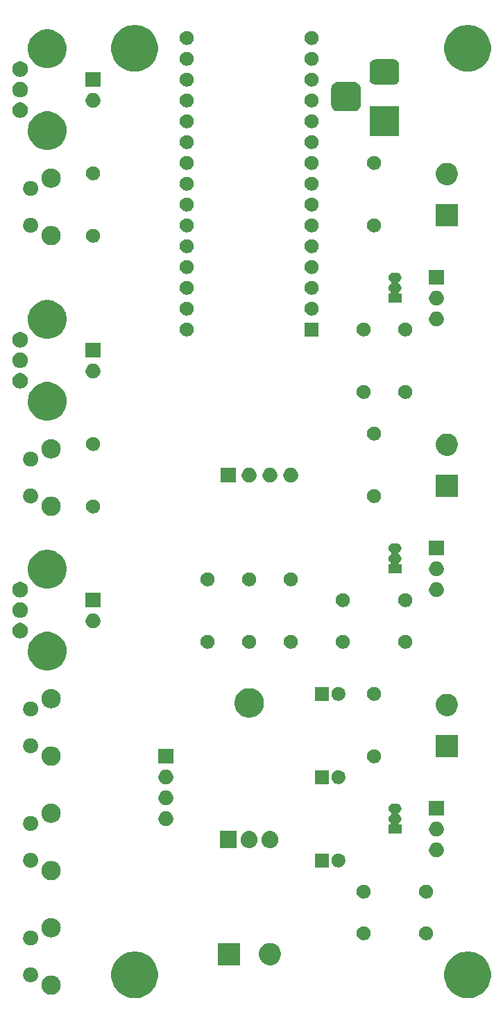
<source format=gbr>
G04 #@! TF.GenerationSoftware,KiCad,Pcbnew,5.1.5+dfsg1-2build2*
G04 #@! TF.CreationDate,2021-03-26T16:18:19-07:00*
G04 #@! TF.ProjectId,ssrcontroller_mcu,73737263-6f6e-4747-926f-6c6c65725f6d,rev?*
G04 #@! TF.SameCoordinates,Original*
G04 #@! TF.FileFunction,Soldermask,Bot*
G04 #@! TF.FilePolarity,Negative*
%FSLAX46Y46*%
G04 Gerber Fmt 4.6, Leading zero omitted, Abs format (unit mm)*
G04 Created by KiCad (PCBNEW 5.1.5+dfsg1-2build2) date 2021-03-26 16:18:19*
%MOMM*%
%LPD*%
G04 APERTURE LIST*
%ADD10C,0.100000*%
G04 APERTURE END LIST*
D10*
X55713000Y-177780000D02*
G75*
G03X55713000Y-177780000I-1143000J0D01*
G01*
X52959000Y-172030000D02*
G75*
G03X52959000Y-172030000I-889000J0D01*
G01*
X52959000Y-176530000D02*
G75*
G03X52959000Y-176530000I-889000J0D01*
G01*
X55713000Y-170780000D02*
G75*
G03X55713000Y-170780000I-1143000J0D01*
G01*
X55713000Y-119360000D02*
G75*
G03X55713000Y-119360000I-1143000J0D01*
G01*
X52959000Y-113610000D02*
G75*
G03X52959000Y-113610000I-889000J0D01*
G01*
X52959000Y-118110000D02*
G75*
G03X52959000Y-118110000I-889000J0D01*
G01*
X55713000Y-112360000D02*
G75*
G03X55713000Y-112360000I-1143000J0D01*
G01*
X55713000Y-163810000D02*
G75*
G03X55713000Y-163810000I-1143000J0D01*
G01*
X52959000Y-158060000D02*
G75*
G03X52959000Y-158060000I-889000J0D01*
G01*
X52959000Y-162560000D02*
G75*
G03X52959000Y-162560000I-889000J0D01*
G01*
X55713000Y-156810000D02*
G75*
G03X55713000Y-156810000I-1143000J0D01*
G01*
X55713000Y-149840000D02*
G75*
G03X55713000Y-149840000I-1143000J0D01*
G01*
X52959000Y-144090000D02*
G75*
G03X52959000Y-144090000I-889000J0D01*
G01*
X52959000Y-148590000D02*
G75*
G03X52959000Y-148590000I-889000J0D01*
G01*
X55713000Y-142840000D02*
G75*
G03X55713000Y-142840000I-1143000J0D01*
G01*
X55713000Y-86340000D02*
G75*
G03X55713000Y-86340000I-1143000J0D01*
G01*
X52959000Y-80590000D02*
G75*
G03X52959000Y-80590000I-889000J0D01*
G01*
X52959000Y-85090000D02*
G75*
G03X52959000Y-85090000I-889000J0D01*
G01*
X55713000Y-79340000D02*
G75*
G03X55713000Y-79340000I-1143000J0D01*
G01*
G36*
X105966202Y-173733781D02*
G01*
X106241606Y-173788562D01*
X106760455Y-174003476D01*
X107227407Y-174315484D01*
X107624516Y-174712593D01*
X107936524Y-175179545D01*
X108151438Y-175698394D01*
X108261000Y-176249201D01*
X108261000Y-176810799D01*
X108151438Y-177361606D01*
X107936524Y-177880455D01*
X107779315Y-178115734D01*
X107639353Y-178325203D01*
X107624516Y-178347407D01*
X107227407Y-178744516D01*
X106760455Y-179056524D01*
X106241606Y-179271438D01*
X105966202Y-179326219D01*
X105690800Y-179381000D01*
X105129200Y-179381000D01*
X104853798Y-179326219D01*
X104578394Y-179271438D01*
X104059545Y-179056524D01*
X103592593Y-178744516D01*
X103195484Y-178347407D01*
X103180648Y-178325203D01*
X103040685Y-178115734D01*
X102883476Y-177880455D01*
X102668562Y-177361606D01*
X102559000Y-176810799D01*
X102559000Y-176249201D01*
X102668562Y-175698394D01*
X102883476Y-175179545D01*
X103195484Y-174712593D01*
X103592593Y-174315484D01*
X104059545Y-174003476D01*
X104578394Y-173788562D01*
X104853798Y-173733781D01*
X105129200Y-173679000D01*
X105690800Y-173679000D01*
X105966202Y-173733781D01*
G37*
G36*
X65326202Y-173733781D02*
G01*
X65601606Y-173788562D01*
X66120455Y-174003476D01*
X66587407Y-174315484D01*
X66984516Y-174712593D01*
X67296524Y-175179545D01*
X67511438Y-175698394D01*
X67621000Y-176249201D01*
X67621000Y-176810799D01*
X67511438Y-177361606D01*
X67296524Y-177880455D01*
X67139315Y-178115734D01*
X66999353Y-178325203D01*
X66984516Y-178347407D01*
X66587407Y-178744516D01*
X66120455Y-179056524D01*
X65601606Y-179271438D01*
X65326202Y-179326219D01*
X65050800Y-179381000D01*
X64489200Y-179381000D01*
X64213798Y-179326219D01*
X63938394Y-179271438D01*
X63419545Y-179056524D01*
X62952593Y-178744516D01*
X62555484Y-178347407D01*
X62540648Y-178325203D01*
X62400685Y-178115734D01*
X62243476Y-177880455D01*
X62028562Y-177361606D01*
X61919000Y-176810799D01*
X61919000Y-176249201D01*
X62028562Y-175698394D01*
X62243476Y-175179545D01*
X62555484Y-174712593D01*
X62952593Y-174315484D01*
X63419545Y-174003476D01*
X63938394Y-173788562D01*
X64213798Y-173733781D01*
X64489200Y-173679000D01*
X65050800Y-173679000D01*
X65326202Y-173733781D01*
G37*
G36*
X54794549Y-176651116D02*
G01*
X54905734Y-176673232D01*
X55115203Y-176759997D01*
X55303720Y-176885960D01*
X55464040Y-177046280D01*
X55590003Y-177234797D01*
X55676768Y-177444266D01*
X55721000Y-177666636D01*
X55721000Y-177893364D01*
X55676768Y-178115734D01*
X55590003Y-178325203D01*
X55464040Y-178513720D01*
X55303720Y-178674040D01*
X55115203Y-178800003D01*
X54905734Y-178886768D01*
X54794549Y-178908884D01*
X54683365Y-178931000D01*
X54456635Y-178931000D01*
X54345451Y-178908884D01*
X54234266Y-178886768D01*
X54024797Y-178800003D01*
X53836280Y-178674040D01*
X53675960Y-178513720D01*
X53549997Y-178325203D01*
X53463232Y-178115734D01*
X53419000Y-177893364D01*
X53419000Y-177666636D01*
X53463232Y-177444266D01*
X53549997Y-177234797D01*
X53675960Y-177046280D01*
X53836280Y-176885960D01*
X54024797Y-176759997D01*
X54234266Y-176673232D01*
X54345451Y-176651116D01*
X54456635Y-176629000D01*
X54683365Y-176629000D01*
X54794549Y-176651116D01*
G37*
G36*
X52183512Y-175633927D02*
G01*
X52332812Y-175663624D01*
X52496784Y-175731544D01*
X52644354Y-175830147D01*
X52769853Y-175955646D01*
X52868456Y-176103216D01*
X52936376Y-176267188D01*
X52966073Y-176416488D01*
X52971000Y-176441258D01*
X52971000Y-176618742D01*
X52966073Y-176643512D01*
X52936376Y-176792812D01*
X52868456Y-176956784D01*
X52769853Y-177104354D01*
X52644354Y-177229853D01*
X52496784Y-177328456D01*
X52332812Y-177396376D01*
X52183512Y-177426073D01*
X52158742Y-177431000D01*
X51981258Y-177431000D01*
X51956488Y-177426073D01*
X51807188Y-177396376D01*
X51643216Y-177328456D01*
X51495646Y-177229853D01*
X51370147Y-177104354D01*
X51271544Y-176956784D01*
X51203624Y-176792812D01*
X51173927Y-176643512D01*
X51169000Y-176618742D01*
X51169000Y-176441258D01*
X51173927Y-176416488D01*
X51203624Y-176267188D01*
X51271544Y-176103216D01*
X51370147Y-175955646D01*
X51495646Y-175830147D01*
X51643216Y-175731544D01*
X51807188Y-175663624D01*
X51956488Y-175633927D01*
X51981258Y-175629000D01*
X52158742Y-175629000D01*
X52183512Y-175633927D01*
G37*
G36*
X77631000Y-175341000D02*
G01*
X74929000Y-175341000D01*
X74929000Y-172639000D01*
X77631000Y-172639000D01*
X77631000Y-175341000D01*
G37*
G36*
X81674072Y-172690918D02*
G01*
X81768068Y-172729852D01*
X81919939Y-172792759D01*
X82141212Y-172940610D01*
X82329390Y-173128788D01*
X82477241Y-173350061D01*
X82579082Y-173595928D01*
X82631000Y-173856938D01*
X82631000Y-174123062D01*
X82579082Y-174384072D01*
X82477241Y-174629939D01*
X82329390Y-174851212D01*
X82141212Y-175039390D01*
X81919939Y-175187241D01*
X81919938Y-175187242D01*
X81919937Y-175187242D01*
X81674072Y-175289082D01*
X81413063Y-175341000D01*
X81146937Y-175341000D01*
X80885928Y-175289082D01*
X80640063Y-175187242D01*
X80640062Y-175187242D01*
X80640061Y-175187241D01*
X80418788Y-175039390D01*
X80230610Y-174851212D01*
X80082759Y-174629939D01*
X79980918Y-174384072D01*
X79929000Y-174123062D01*
X79929000Y-173856938D01*
X79980918Y-173595928D01*
X80082759Y-173350061D01*
X80230610Y-173128788D01*
X80418788Y-172940610D01*
X80640061Y-172792759D01*
X80791933Y-172729852D01*
X80885928Y-172690918D01*
X81146937Y-172639000D01*
X81413063Y-172639000D01*
X81674072Y-172690918D01*
G37*
G36*
X52183512Y-171133927D02*
G01*
X52332812Y-171163624D01*
X52496784Y-171231544D01*
X52644354Y-171330147D01*
X52769853Y-171455646D01*
X52868456Y-171603216D01*
X52936376Y-171767188D01*
X52960161Y-171886768D01*
X52968960Y-171931000D01*
X52971000Y-171941259D01*
X52971000Y-172118741D01*
X52936376Y-172292812D01*
X52868456Y-172456784D01*
X52769853Y-172604354D01*
X52644354Y-172729853D01*
X52496784Y-172828456D01*
X52332812Y-172896376D01*
X52183512Y-172926073D01*
X52158742Y-172931000D01*
X51981258Y-172931000D01*
X51956488Y-172926073D01*
X51807188Y-172896376D01*
X51643216Y-172828456D01*
X51495646Y-172729853D01*
X51370147Y-172604354D01*
X51271544Y-172456784D01*
X51203624Y-172292812D01*
X51169000Y-172118741D01*
X51169000Y-171941259D01*
X51171041Y-171931000D01*
X51179839Y-171886768D01*
X51203624Y-171767188D01*
X51271544Y-171603216D01*
X51370147Y-171455646D01*
X51495646Y-171330147D01*
X51643216Y-171231544D01*
X51807188Y-171163624D01*
X51956488Y-171133927D01*
X51981258Y-171129000D01*
X52158742Y-171129000D01*
X52183512Y-171133927D01*
G37*
G36*
X100578228Y-170631703D02*
G01*
X100733100Y-170695853D01*
X100872481Y-170788985D01*
X100991015Y-170907519D01*
X101084147Y-171046900D01*
X101148297Y-171201772D01*
X101181000Y-171366184D01*
X101181000Y-171533816D01*
X101148297Y-171698228D01*
X101084147Y-171853100D01*
X100991015Y-171992481D01*
X100872481Y-172111015D01*
X100733100Y-172204147D01*
X100578228Y-172268297D01*
X100413816Y-172301000D01*
X100246184Y-172301000D01*
X100081772Y-172268297D01*
X99926900Y-172204147D01*
X99787519Y-172111015D01*
X99668985Y-171992481D01*
X99575853Y-171853100D01*
X99511703Y-171698228D01*
X99479000Y-171533816D01*
X99479000Y-171366184D01*
X99511703Y-171201772D01*
X99575853Y-171046900D01*
X99668985Y-170907519D01*
X99787519Y-170788985D01*
X99926900Y-170695853D01*
X100081772Y-170631703D01*
X100246184Y-170599000D01*
X100413816Y-170599000D01*
X100578228Y-170631703D01*
G37*
G36*
X92958228Y-170631703D02*
G01*
X93113100Y-170695853D01*
X93252481Y-170788985D01*
X93371015Y-170907519D01*
X93464147Y-171046900D01*
X93528297Y-171201772D01*
X93561000Y-171366184D01*
X93561000Y-171533816D01*
X93528297Y-171698228D01*
X93464147Y-171853100D01*
X93371015Y-171992481D01*
X93252481Y-172111015D01*
X93113100Y-172204147D01*
X92958228Y-172268297D01*
X92793816Y-172301000D01*
X92626184Y-172301000D01*
X92461772Y-172268297D01*
X92306900Y-172204147D01*
X92167519Y-172111015D01*
X92048985Y-171992481D01*
X91955853Y-171853100D01*
X91891703Y-171698228D01*
X91859000Y-171533816D01*
X91859000Y-171366184D01*
X91891703Y-171201772D01*
X91955853Y-171046900D01*
X92048985Y-170907519D01*
X92167519Y-170788985D01*
X92306900Y-170695853D01*
X92461772Y-170631703D01*
X92626184Y-170599000D01*
X92793816Y-170599000D01*
X92958228Y-170631703D01*
G37*
G36*
X54794549Y-169651116D02*
G01*
X54905734Y-169673232D01*
X55115203Y-169759997D01*
X55303720Y-169885960D01*
X55464040Y-170046280D01*
X55590003Y-170234797D01*
X55590004Y-170234799D01*
X55676768Y-170444267D01*
X55721000Y-170666635D01*
X55721000Y-170893365D01*
X55718184Y-170907520D01*
X55676768Y-171115734D01*
X55590003Y-171325203D01*
X55464040Y-171513720D01*
X55303720Y-171674040D01*
X55115203Y-171800003D01*
X54905734Y-171886768D01*
X54794549Y-171908884D01*
X54683365Y-171931000D01*
X54456635Y-171931000D01*
X54345451Y-171908884D01*
X54234266Y-171886768D01*
X54024797Y-171800003D01*
X53836280Y-171674040D01*
X53675960Y-171513720D01*
X53549997Y-171325203D01*
X53463232Y-171115734D01*
X53421816Y-170907520D01*
X53419000Y-170893365D01*
X53419000Y-170666635D01*
X53463232Y-170444267D01*
X53549996Y-170234799D01*
X53549997Y-170234797D01*
X53675960Y-170046280D01*
X53836280Y-169885960D01*
X54024797Y-169759997D01*
X54234266Y-169673232D01*
X54345451Y-169651116D01*
X54456635Y-169629000D01*
X54683365Y-169629000D01*
X54794549Y-169651116D01*
G37*
G36*
X100578228Y-165551703D02*
G01*
X100733100Y-165615853D01*
X100872481Y-165708985D01*
X100991015Y-165827519D01*
X101084147Y-165966900D01*
X101148297Y-166121772D01*
X101181000Y-166286184D01*
X101181000Y-166453816D01*
X101148297Y-166618228D01*
X101084147Y-166773100D01*
X100991015Y-166912481D01*
X100872481Y-167031015D01*
X100733100Y-167124147D01*
X100578228Y-167188297D01*
X100413816Y-167221000D01*
X100246184Y-167221000D01*
X100081772Y-167188297D01*
X99926900Y-167124147D01*
X99787519Y-167031015D01*
X99668985Y-166912481D01*
X99575853Y-166773100D01*
X99511703Y-166618228D01*
X99479000Y-166453816D01*
X99479000Y-166286184D01*
X99511703Y-166121772D01*
X99575853Y-165966900D01*
X99668985Y-165827519D01*
X99787519Y-165708985D01*
X99926900Y-165615853D01*
X100081772Y-165551703D01*
X100246184Y-165519000D01*
X100413816Y-165519000D01*
X100578228Y-165551703D01*
G37*
G36*
X92958228Y-165551703D02*
G01*
X93113100Y-165615853D01*
X93252481Y-165708985D01*
X93371015Y-165827519D01*
X93464147Y-165966900D01*
X93528297Y-166121772D01*
X93561000Y-166286184D01*
X93561000Y-166453816D01*
X93528297Y-166618228D01*
X93464147Y-166773100D01*
X93371015Y-166912481D01*
X93252481Y-167031015D01*
X93113100Y-167124147D01*
X92958228Y-167188297D01*
X92793816Y-167221000D01*
X92626184Y-167221000D01*
X92461772Y-167188297D01*
X92306900Y-167124147D01*
X92167519Y-167031015D01*
X92048985Y-166912481D01*
X91955853Y-166773100D01*
X91891703Y-166618228D01*
X91859000Y-166453816D01*
X91859000Y-166286184D01*
X91891703Y-166121772D01*
X91955853Y-165966900D01*
X92048985Y-165827519D01*
X92167519Y-165708985D01*
X92306900Y-165615853D01*
X92461772Y-165551703D01*
X92626184Y-165519000D01*
X92793816Y-165519000D01*
X92958228Y-165551703D01*
G37*
G36*
X54794549Y-162681116D02*
G01*
X54905734Y-162703232D01*
X55115203Y-162789997D01*
X55303720Y-162915960D01*
X55464040Y-163076280D01*
X55590003Y-163264797D01*
X55676768Y-163474266D01*
X55721000Y-163696636D01*
X55721000Y-163923364D01*
X55676768Y-164145734D01*
X55590003Y-164355203D01*
X55464040Y-164543720D01*
X55303720Y-164704040D01*
X55115203Y-164830003D01*
X54905734Y-164916768D01*
X54794549Y-164938884D01*
X54683365Y-164961000D01*
X54456635Y-164961000D01*
X54345451Y-164938884D01*
X54234266Y-164916768D01*
X54024797Y-164830003D01*
X53836280Y-164704040D01*
X53675960Y-164543720D01*
X53549997Y-164355203D01*
X53463232Y-164145734D01*
X53419000Y-163923364D01*
X53419000Y-163696636D01*
X53463232Y-163474266D01*
X53549997Y-163264797D01*
X53675960Y-163076280D01*
X53836280Y-162915960D01*
X54024797Y-162789997D01*
X54234266Y-162703232D01*
X54345451Y-162681116D01*
X54456635Y-162659000D01*
X54683365Y-162659000D01*
X54794549Y-162681116D01*
G37*
G36*
X52183512Y-161663927D02*
G01*
X52332812Y-161693624D01*
X52496784Y-161761544D01*
X52644354Y-161860147D01*
X52769853Y-161985646D01*
X52868456Y-162133216D01*
X52936376Y-162297188D01*
X52966073Y-162446488D01*
X52971000Y-162471258D01*
X52971000Y-162648742D01*
X52966073Y-162673512D01*
X52936376Y-162822812D01*
X52868456Y-162986784D01*
X52769853Y-163134354D01*
X52644354Y-163259853D01*
X52496784Y-163358456D01*
X52332812Y-163426376D01*
X52183512Y-163456073D01*
X52158742Y-163461000D01*
X51981258Y-163461000D01*
X51956488Y-163456073D01*
X51807188Y-163426376D01*
X51643216Y-163358456D01*
X51495646Y-163259853D01*
X51370147Y-163134354D01*
X51271544Y-162986784D01*
X51203624Y-162822812D01*
X51173927Y-162673512D01*
X51169000Y-162648742D01*
X51169000Y-162471258D01*
X51173927Y-162446488D01*
X51203624Y-162297188D01*
X51271544Y-162133216D01*
X51370147Y-161985646D01*
X51495646Y-161860147D01*
X51643216Y-161761544D01*
X51807188Y-161693624D01*
X51956488Y-161663927D01*
X51981258Y-161659000D01*
X52158742Y-161659000D01*
X52183512Y-161663927D01*
G37*
G36*
X89878228Y-161741703D02*
G01*
X90033100Y-161805853D01*
X90172481Y-161898985D01*
X90291015Y-162017519D01*
X90384147Y-162156900D01*
X90448297Y-162311772D01*
X90481000Y-162476184D01*
X90481000Y-162643816D01*
X90448297Y-162808228D01*
X90384147Y-162963100D01*
X90291015Y-163102481D01*
X90172481Y-163221015D01*
X90033100Y-163314147D01*
X89878228Y-163378297D01*
X89713816Y-163411000D01*
X89546184Y-163411000D01*
X89381772Y-163378297D01*
X89226900Y-163314147D01*
X89087519Y-163221015D01*
X88968985Y-163102481D01*
X88875853Y-162963100D01*
X88811703Y-162808228D01*
X88779000Y-162643816D01*
X88779000Y-162476184D01*
X88811703Y-162311772D01*
X88875853Y-162156900D01*
X88968985Y-162017519D01*
X89087519Y-161898985D01*
X89226900Y-161805853D01*
X89381772Y-161741703D01*
X89546184Y-161709000D01*
X89713816Y-161709000D01*
X89878228Y-161741703D01*
G37*
G36*
X88481000Y-163411000D02*
G01*
X86779000Y-163411000D01*
X86779000Y-161709000D01*
X88481000Y-161709000D01*
X88481000Y-163411000D01*
G37*
G36*
X101713512Y-160393927D02*
G01*
X101862812Y-160423624D01*
X102026784Y-160491544D01*
X102174354Y-160590147D01*
X102299853Y-160715646D01*
X102398456Y-160863216D01*
X102466376Y-161027188D01*
X102501000Y-161201259D01*
X102501000Y-161378741D01*
X102466376Y-161552812D01*
X102398456Y-161716784D01*
X102299853Y-161864354D01*
X102174354Y-161989853D01*
X102026784Y-162088456D01*
X101862812Y-162156376D01*
X101713512Y-162186073D01*
X101688742Y-162191000D01*
X101511258Y-162191000D01*
X101486488Y-162186073D01*
X101337188Y-162156376D01*
X101173216Y-162088456D01*
X101025646Y-161989853D01*
X100900147Y-161864354D01*
X100801544Y-161716784D01*
X100733624Y-161552812D01*
X100699000Y-161378741D01*
X100699000Y-161201259D01*
X100733624Y-161027188D01*
X100801544Y-160863216D01*
X100900147Y-160715646D01*
X101025646Y-160590147D01*
X101173216Y-160491544D01*
X101337188Y-160423624D01*
X101486488Y-160393927D01*
X101511258Y-160389000D01*
X101688742Y-160389000D01*
X101713512Y-160393927D01*
G37*
G36*
X81476719Y-158983520D02*
G01*
X81665880Y-159040901D01*
X81665883Y-159040902D01*
X81758333Y-159090318D01*
X81840212Y-159134083D01*
X81993015Y-159259485D01*
X82118417Y-159412288D01*
X82211599Y-159586619D01*
X82268980Y-159775780D01*
X82283500Y-159923206D01*
X82283500Y-160116793D01*
X82268980Y-160264219D01*
X82231128Y-160389000D01*
X82211598Y-160453383D01*
X82191200Y-160491544D01*
X82118417Y-160627712D01*
X81993015Y-160780515D01*
X81840212Y-160905917D01*
X81665881Y-160999099D01*
X81476720Y-161056480D01*
X81280000Y-161075855D01*
X81083281Y-161056480D01*
X80894120Y-160999099D01*
X80719788Y-160905917D01*
X80566985Y-160780515D01*
X80441583Y-160627712D01*
X80348401Y-160453381D01*
X80291020Y-160264220D01*
X80276500Y-160116794D01*
X80276500Y-159923207D01*
X80291020Y-159775781D01*
X80348401Y-159586620D01*
X80348402Y-159586617D01*
X80421505Y-159449852D01*
X80441583Y-159412288D01*
X80566985Y-159259485D01*
X80719788Y-159134083D01*
X80894119Y-159040901D01*
X81083280Y-158983520D01*
X81280000Y-158964145D01*
X81476719Y-158983520D01*
G37*
G36*
X78936719Y-158983520D02*
G01*
X79125880Y-159040901D01*
X79125883Y-159040902D01*
X79218333Y-159090318D01*
X79300212Y-159134083D01*
X79453015Y-159259485D01*
X79578417Y-159412288D01*
X79671599Y-159586619D01*
X79728980Y-159775780D01*
X79743500Y-159923206D01*
X79743500Y-160116793D01*
X79728980Y-160264219D01*
X79691128Y-160389000D01*
X79671598Y-160453383D01*
X79651200Y-160491544D01*
X79578417Y-160627712D01*
X79453015Y-160780515D01*
X79300212Y-160905917D01*
X79125881Y-160999099D01*
X78936720Y-161056480D01*
X78740000Y-161075855D01*
X78543281Y-161056480D01*
X78354120Y-160999099D01*
X78179788Y-160905917D01*
X78026985Y-160780515D01*
X77901583Y-160627712D01*
X77808401Y-160453381D01*
X77751020Y-160264220D01*
X77736500Y-160116794D01*
X77736500Y-159923207D01*
X77751020Y-159775781D01*
X77808401Y-159586620D01*
X77808402Y-159586617D01*
X77881505Y-159449852D01*
X77901583Y-159412288D01*
X78026985Y-159259485D01*
X78179788Y-159134083D01*
X78354119Y-159040901D01*
X78543280Y-158983520D01*
X78740000Y-158964145D01*
X78936719Y-158983520D01*
G37*
G36*
X77203500Y-161071000D02*
G01*
X75196500Y-161071000D01*
X75196500Y-158969000D01*
X77203500Y-158969000D01*
X77203500Y-161071000D01*
G37*
G36*
X101713512Y-157853927D02*
G01*
X101862812Y-157883624D01*
X102026784Y-157951544D01*
X102174354Y-158050147D01*
X102299853Y-158175646D01*
X102398456Y-158323216D01*
X102466376Y-158487188D01*
X102501000Y-158661259D01*
X102501000Y-158838741D01*
X102466376Y-159012812D01*
X102398456Y-159176784D01*
X102299853Y-159324354D01*
X102174354Y-159449853D01*
X102026784Y-159548456D01*
X101862812Y-159616376D01*
X101713512Y-159646073D01*
X101688742Y-159651000D01*
X101511258Y-159651000D01*
X101486488Y-159646073D01*
X101337188Y-159616376D01*
X101173216Y-159548456D01*
X101025646Y-159449853D01*
X100900147Y-159324354D01*
X100801544Y-159176784D01*
X100733624Y-159012812D01*
X100699000Y-158838741D01*
X100699000Y-158661259D01*
X100733624Y-158487188D01*
X100801544Y-158323216D01*
X100900147Y-158175646D01*
X101025646Y-158050147D01*
X101173216Y-157951544D01*
X101337188Y-157883624D01*
X101486488Y-157853927D01*
X101511258Y-157849000D01*
X101688742Y-157849000D01*
X101713512Y-157853927D01*
G37*
G36*
X96857916Y-155642334D02*
G01*
X96966492Y-155675271D01*
X96966495Y-155675272D01*
X97002601Y-155694571D01*
X97066557Y-155728756D01*
X97154264Y-155800736D01*
X97226244Y-155888443D01*
X97260429Y-155952399D01*
X97279728Y-155988505D01*
X97279729Y-155988508D01*
X97312666Y-156097084D01*
X97323787Y-156210000D01*
X97312666Y-156322916D01*
X97279729Y-156431492D01*
X97279728Y-156431495D01*
X97260429Y-156467601D01*
X97226244Y-156531557D01*
X97154264Y-156619264D01*
X97066557Y-156691244D01*
X96985141Y-156734761D01*
X96964766Y-156748375D01*
X96947439Y-156765702D01*
X96933826Y-156786076D01*
X96924448Y-156808715D01*
X96919668Y-156832748D01*
X96919668Y-156857252D01*
X96924448Y-156881285D01*
X96933826Y-156903924D01*
X96947440Y-156924299D01*
X96964767Y-156941626D01*
X96985141Y-156955239D01*
X97066557Y-156998756D01*
X97154264Y-157070736D01*
X97226244Y-157158443D01*
X97257643Y-157217188D01*
X97279728Y-157258505D01*
X97279729Y-157258508D01*
X97312666Y-157367084D01*
X97323787Y-157480000D01*
X97312666Y-157592916D01*
X97279729Y-157701492D01*
X97279728Y-157701495D01*
X97260429Y-157737601D01*
X97226244Y-157801557D01*
X97154264Y-157889264D01*
X97077354Y-157952383D01*
X97060035Y-157969702D01*
X97046421Y-157990077D01*
X97037043Y-158012716D01*
X97032263Y-158036749D01*
X97032263Y-158061253D01*
X97037043Y-158085286D01*
X97046421Y-158107925D01*
X97060034Y-158128299D01*
X97077361Y-158145626D01*
X97097736Y-158159240D01*
X97120375Y-158168618D01*
X97144408Y-158173398D01*
X97156660Y-158174000D01*
X97321000Y-158174000D01*
X97321000Y-159326000D01*
X95719000Y-159326000D01*
X95719000Y-158174000D01*
X95883340Y-158174000D01*
X95907726Y-158171598D01*
X95931175Y-158164485D01*
X95952786Y-158152934D01*
X95971728Y-158137389D01*
X95987273Y-158118447D01*
X95998824Y-158096836D01*
X96005937Y-158073387D01*
X96008339Y-158049001D01*
X96005937Y-158024615D01*
X95998824Y-158001166D01*
X95987273Y-157979555D01*
X95971728Y-157960613D01*
X95962655Y-157952391D01*
X95885736Y-157889264D01*
X95813756Y-157801557D01*
X95779571Y-157737601D01*
X95760272Y-157701495D01*
X95760271Y-157701492D01*
X95727334Y-157592916D01*
X95716213Y-157480000D01*
X95727334Y-157367084D01*
X95760271Y-157258508D01*
X95760272Y-157258505D01*
X95782357Y-157217188D01*
X95813756Y-157158443D01*
X95885736Y-157070736D01*
X95973443Y-156998756D01*
X96054859Y-156955239D01*
X96075234Y-156941625D01*
X96092561Y-156924298D01*
X96106174Y-156903924D01*
X96115552Y-156881285D01*
X96120332Y-156857252D01*
X96120332Y-156832748D01*
X96115552Y-156808715D01*
X96106174Y-156786076D01*
X96092560Y-156765701D01*
X96075233Y-156748374D01*
X96054859Y-156734761D01*
X95973443Y-156691244D01*
X95885736Y-156619264D01*
X95813756Y-156531557D01*
X95779571Y-156467601D01*
X95760272Y-156431495D01*
X95760271Y-156431492D01*
X95727334Y-156322916D01*
X95716213Y-156210000D01*
X95727334Y-156097084D01*
X95760271Y-155988508D01*
X95760272Y-155988505D01*
X95779571Y-155952399D01*
X95813756Y-155888443D01*
X95885736Y-155800736D01*
X95973443Y-155728756D01*
X96037399Y-155694571D01*
X96073505Y-155675272D01*
X96073508Y-155675271D01*
X96182084Y-155642334D01*
X96266702Y-155634000D01*
X96773298Y-155634000D01*
X96857916Y-155642334D01*
G37*
G36*
X52183512Y-157163927D02*
G01*
X52332812Y-157193624D01*
X52496784Y-157261544D01*
X52644354Y-157360147D01*
X52769853Y-157485646D01*
X52868456Y-157633216D01*
X52936376Y-157797188D01*
X52958175Y-157906782D01*
X52968960Y-157961000D01*
X52971000Y-157971259D01*
X52971000Y-158148741D01*
X52936376Y-158322812D01*
X52868456Y-158486784D01*
X52769853Y-158634354D01*
X52644354Y-158759853D01*
X52496784Y-158858456D01*
X52332812Y-158926376D01*
X52183512Y-158956073D01*
X52158742Y-158961000D01*
X51981258Y-158961000D01*
X51956488Y-158956073D01*
X51807188Y-158926376D01*
X51643216Y-158858456D01*
X51495646Y-158759853D01*
X51370147Y-158634354D01*
X51271544Y-158486784D01*
X51203624Y-158322812D01*
X51169000Y-158148741D01*
X51169000Y-157971259D01*
X51171041Y-157961000D01*
X51181825Y-157906782D01*
X51203624Y-157797188D01*
X51271544Y-157633216D01*
X51370147Y-157485646D01*
X51495646Y-157360147D01*
X51643216Y-157261544D01*
X51807188Y-157193624D01*
X51956488Y-157163927D01*
X51981258Y-157159000D01*
X52158742Y-157159000D01*
X52183512Y-157163927D01*
G37*
G36*
X68693512Y-156583927D02*
G01*
X68842812Y-156613624D01*
X69006784Y-156681544D01*
X69154354Y-156780147D01*
X69279853Y-156905646D01*
X69378456Y-157053216D01*
X69446376Y-157217188D01*
X69481000Y-157391259D01*
X69481000Y-157568741D01*
X69446376Y-157742812D01*
X69378456Y-157906784D01*
X69279853Y-158054354D01*
X69154354Y-158179853D01*
X69006784Y-158278456D01*
X68842812Y-158346376D01*
X68693512Y-158376073D01*
X68668742Y-158381000D01*
X68491258Y-158381000D01*
X68466488Y-158376073D01*
X68317188Y-158346376D01*
X68153216Y-158278456D01*
X68005646Y-158179853D01*
X67880147Y-158054354D01*
X67781544Y-157906784D01*
X67713624Y-157742812D01*
X67679000Y-157568741D01*
X67679000Y-157391259D01*
X67713624Y-157217188D01*
X67781544Y-157053216D01*
X67880147Y-156905646D01*
X68005646Y-156780147D01*
X68153216Y-156681544D01*
X68317188Y-156613624D01*
X68466488Y-156583927D01*
X68491258Y-156579000D01*
X68668742Y-156579000D01*
X68693512Y-156583927D01*
G37*
G36*
X54765164Y-155675271D02*
G01*
X54905734Y-155703232D01*
X55115203Y-155789997D01*
X55303720Y-155915960D01*
X55464040Y-156076280D01*
X55590003Y-156264797D01*
X55659052Y-156431495D01*
X55676768Y-156474267D01*
X55721000Y-156696635D01*
X55721000Y-156923365D01*
X55714660Y-156955239D01*
X55676768Y-157145734D01*
X55590003Y-157355203D01*
X55464040Y-157543720D01*
X55303720Y-157704040D01*
X55115203Y-157830003D01*
X54905734Y-157916768D01*
X54794549Y-157938884D01*
X54683365Y-157961000D01*
X54456635Y-157961000D01*
X54345451Y-157938884D01*
X54234266Y-157916768D01*
X54024797Y-157830003D01*
X53836280Y-157704040D01*
X53675960Y-157543720D01*
X53549997Y-157355203D01*
X53463232Y-157145734D01*
X53425340Y-156955239D01*
X53419000Y-156923365D01*
X53419000Y-156696635D01*
X53463232Y-156474267D01*
X53480949Y-156431495D01*
X53549997Y-156264797D01*
X53675960Y-156076280D01*
X53836280Y-155915960D01*
X54024797Y-155789997D01*
X54234266Y-155703232D01*
X54374836Y-155675271D01*
X54456635Y-155659000D01*
X54683365Y-155659000D01*
X54765164Y-155675271D01*
G37*
G36*
X102501000Y-157111000D02*
G01*
X100699000Y-157111000D01*
X100699000Y-155309000D01*
X102501000Y-155309000D01*
X102501000Y-157111000D01*
G37*
G36*
X68693512Y-154043927D02*
G01*
X68842812Y-154073624D01*
X69006784Y-154141544D01*
X69154354Y-154240147D01*
X69279853Y-154365646D01*
X69378456Y-154513216D01*
X69446376Y-154677188D01*
X69481000Y-154851259D01*
X69481000Y-155028741D01*
X69446376Y-155202812D01*
X69378456Y-155366784D01*
X69279853Y-155514354D01*
X69154354Y-155639853D01*
X69006784Y-155738456D01*
X68842812Y-155806376D01*
X68693512Y-155836073D01*
X68668742Y-155841000D01*
X68491258Y-155841000D01*
X68466488Y-155836073D01*
X68317188Y-155806376D01*
X68153216Y-155738456D01*
X68005646Y-155639853D01*
X67880147Y-155514354D01*
X67781544Y-155366784D01*
X67713624Y-155202812D01*
X67679000Y-155028741D01*
X67679000Y-154851259D01*
X67713624Y-154677188D01*
X67781544Y-154513216D01*
X67880147Y-154365646D01*
X68005646Y-154240147D01*
X68153216Y-154141544D01*
X68317188Y-154073624D01*
X68466488Y-154043927D01*
X68491258Y-154039000D01*
X68668742Y-154039000D01*
X68693512Y-154043927D01*
G37*
G36*
X68693512Y-151503927D02*
G01*
X68842812Y-151533624D01*
X69006784Y-151601544D01*
X69154354Y-151700147D01*
X69279853Y-151825646D01*
X69378456Y-151973216D01*
X69446376Y-152137188D01*
X69481000Y-152311259D01*
X69481000Y-152488741D01*
X69446376Y-152662812D01*
X69378456Y-152826784D01*
X69279853Y-152974354D01*
X69154354Y-153099853D01*
X69006784Y-153198456D01*
X68842812Y-153266376D01*
X68693512Y-153296073D01*
X68668742Y-153301000D01*
X68491258Y-153301000D01*
X68466488Y-153296073D01*
X68317188Y-153266376D01*
X68153216Y-153198456D01*
X68005646Y-153099853D01*
X67880147Y-152974354D01*
X67781544Y-152826784D01*
X67713624Y-152662812D01*
X67679000Y-152488741D01*
X67679000Y-152311259D01*
X67713624Y-152137188D01*
X67781544Y-151973216D01*
X67880147Y-151825646D01*
X68005646Y-151700147D01*
X68153216Y-151601544D01*
X68317188Y-151533624D01*
X68466488Y-151503927D01*
X68491258Y-151499000D01*
X68668742Y-151499000D01*
X68693512Y-151503927D01*
G37*
G36*
X88481000Y-153251000D02*
G01*
X86779000Y-153251000D01*
X86779000Y-151549000D01*
X88481000Y-151549000D01*
X88481000Y-153251000D01*
G37*
G36*
X89878228Y-151581703D02*
G01*
X90033100Y-151645853D01*
X90172481Y-151738985D01*
X90291015Y-151857519D01*
X90384147Y-151996900D01*
X90448297Y-152151772D01*
X90481000Y-152316184D01*
X90481000Y-152483816D01*
X90448297Y-152648228D01*
X90384147Y-152803100D01*
X90291015Y-152942481D01*
X90172481Y-153061015D01*
X90033100Y-153154147D01*
X89878228Y-153218297D01*
X89713816Y-153251000D01*
X89546184Y-153251000D01*
X89381772Y-153218297D01*
X89226900Y-153154147D01*
X89087519Y-153061015D01*
X88968985Y-152942481D01*
X88875853Y-152803100D01*
X88811703Y-152648228D01*
X88779000Y-152483816D01*
X88779000Y-152316184D01*
X88811703Y-152151772D01*
X88875853Y-151996900D01*
X88968985Y-151857519D01*
X89087519Y-151738985D01*
X89226900Y-151645853D01*
X89381772Y-151581703D01*
X89546184Y-151549000D01*
X89713816Y-151549000D01*
X89878228Y-151581703D01*
G37*
G36*
X54794549Y-148711116D02*
G01*
X54905734Y-148733232D01*
X55115203Y-148819997D01*
X55303720Y-148945960D01*
X55464040Y-149106280D01*
X55590003Y-149294797D01*
X55676768Y-149504266D01*
X55721000Y-149726636D01*
X55721000Y-149953364D01*
X55676768Y-150175734D01*
X55590003Y-150385203D01*
X55464040Y-150573720D01*
X55303720Y-150734040D01*
X55115203Y-150860003D01*
X54905734Y-150946768D01*
X54794549Y-150968884D01*
X54683365Y-150991000D01*
X54456635Y-150991000D01*
X54345451Y-150968884D01*
X54234266Y-150946768D01*
X54024797Y-150860003D01*
X53836280Y-150734040D01*
X53675960Y-150573720D01*
X53549997Y-150385203D01*
X53463232Y-150175734D01*
X53419000Y-149953364D01*
X53419000Y-149726636D01*
X53463232Y-149504266D01*
X53549997Y-149294797D01*
X53675960Y-149106280D01*
X53836280Y-148945960D01*
X54024797Y-148819997D01*
X54234266Y-148733232D01*
X54345451Y-148711116D01*
X54456635Y-148689000D01*
X54683365Y-148689000D01*
X54794549Y-148711116D01*
G37*
G36*
X69481000Y-150761000D02*
G01*
X67679000Y-150761000D01*
X67679000Y-148959000D01*
X69481000Y-148959000D01*
X69481000Y-150761000D01*
G37*
G36*
X94228228Y-149041703D02*
G01*
X94383100Y-149105853D01*
X94522481Y-149198985D01*
X94641015Y-149317519D01*
X94734147Y-149456900D01*
X94798297Y-149611772D01*
X94831000Y-149776184D01*
X94831000Y-149943816D01*
X94798297Y-150108228D01*
X94734147Y-150263100D01*
X94641015Y-150402481D01*
X94522481Y-150521015D01*
X94383100Y-150614147D01*
X94228228Y-150678297D01*
X94063816Y-150711000D01*
X93896184Y-150711000D01*
X93731772Y-150678297D01*
X93576900Y-150614147D01*
X93437519Y-150521015D01*
X93318985Y-150402481D01*
X93225853Y-150263100D01*
X93161703Y-150108228D01*
X93129000Y-149943816D01*
X93129000Y-149776184D01*
X93161703Y-149611772D01*
X93225853Y-149456900D01*
X93318985Y-149317519D01*
X93437519Y-149198985D01*
X93576900Y-149105853D01*
X93731772Y-149041703D01*
X93896184Y-149009000D01*
X94063816Y-149009000D01*
X94228228Y-149041703D01*
G37*
G36*
X104221000Y-149941000D02*
G01*
X101519000Y-149941000D01*
X101519000Y-147239000D01*
X104221000Y-147239000D01*
X104221000Y-149941000D01*
G37*
G36*
X52183512Y-147693927D02*
G01*
X52332812Y-147723624D01*
X52496784Y-147791544D01*
X52644354Y-147890147D01*
X52769853Y-148015646D01*
X52868456Y-148163216D01*
X52936376Y-148327188D01*
X52966073Y-148476488D01*
X52971000Y-148501258D01*
X52971000Y-148678742D01*
X52966073Y-148703512D01*
X52936376Y-148852812D01*
X52868456Y-149016784D01*
X52769853Y-149164354D01*
X52644354Y-149289853D01*
X52496784Y-149388456D01*
X52332812Y-149456376D01*
X52183512Y-149486073D01*
X52158742Y-149491000D01*
X51981258Y-149491000D01*
X51956488Y-149486073D01*
X51807188Y-149456376D01*
X51643216Y-149388456D01*
X51495646Y-149289853D01*
X51370147Y-149164354D01*
X51271544Y-149016784D01*
X51203624Y-148852812D01*
X51173927Y-148703512D01*
X51169000Y-148678742D01*
X51169000Y-148501258D01*
X51173927Y-148476488D01*
X51203624Y-148327188D01*
X51271544Y-148163216D01*
X51370147Y-148015646D01*
X51495646Y-147890147D01*
X51643216Y-147791544D01*
X51807188Y-147723624D01*
X51956488Y-147693927D01*
X51981258Y-147689000D01*
X52158742Y-147689000D01*
X52183512Y-147693927D01*
G37*
G36*
X79265331Y-141628211D02*
G01*
X79593092Y-141763974D01*
X79888070Y-141961072D01*
X80138928Y-142211930D01*
X80336026Y-142506908D01*
X80471789Y-142834669D01*
X80541000Y-143182616D01*
X80541000Y-143537384D01*
X80471789Y-143885331D01*
X80336026Y-144213092D01*
X80138928Y-144508070D01*
X79888070Y-144758928D01*
X79593092Y-144956026D01*
X79265331Y-145091789D01*
X78917384Y-145161000D01*
X78562616Y-145161000D01*
X78214669Y-145091789D01*
X77886908Y-144956026D01*
X77591930Y-144758928D01*
X77341072Y-144508070D01*
X77143974Y-144213092D01*
X77008211Y-143885331D01*
X76939000Y-143537384D01*
X76939000Y-143182616D01*
X77008211Y-142834669D01*
X77143974Y-142506908D01*
X77341072Y-142211930D01*
X77591930Y-141961072D01*
X77886908Y-141763974D01*
X78214669Y-141628211D01*
X78562616Y-141559000D01*
X78917384Y-141559000D01*
X79265331Y-141628211D01*
G37*
G36*
X52183512Y-143193927D02*
G01*
X52332812Y-143223624D01*
X52496784Y-143291544D01*
X52644354Y-143390147D01*
X52769853Y-143515646D01*
X52868456Y-143663216D01*
X52936376Y-143827188D01*
X52947941Y-143885332D01*
X52968960Y-143991000D01*
X52971000Y-144001259D01*
X52971000Y-144178741D01*
X52936376Y-144352812D01*
X52868456Y-144516784D01*
X52769853Y-144664354D01*
X52644354Y-144789853D01*
X52496784Y-144888456D01*
X52332812Y-144956376D01*
X52183512Y-144986073D01*
X52158742Y-144991000D01*
X51981258Y-144991000D01*
X51956488Y-144986073D01*
X51807188Y-144956376D01*
X51643216Y-144888456D01*
X51495646Y-144789853D01*
X51370147Y-144664354D01*
X51271544Y-144516784D01*
X51203624Y-144352812D01*
X51169000Y-144178741D01*
X51169000Y-144001259D01*
X51171041Y-143991000D01*
X51192059Y-143885332D01*
X51203624Y-143827188D01*
X51271544Y-143663216D01*
X51370147Y-143515646D01*
X51495646Y-143390147D01*
X51643216Y-143291544D01*
X51807188Y-143223624D01*
X51956488Y-143193927D01*
X51981258Y-143189000D01*
X52158742Y-143189000D01*
X52183512Y-143193927D01*
G37*
G36*
X103264072Y-142290918D02*
G01*
X103509939Y-142392759D01*
X103621328Y-142467187D01*
X103731211Y-142540609D01*
X103919391Y-142728789D01*
X104067242Y-142950063D01*
X104169082Y-143195928D01*
X104221000Y-143456937D01*
X104221000Y-143723063D01*
X104169082Y-143984072D01*
X104088448Y-144178742D01*
X104067241Y-144229939D01*
X103919390Y-144451212D01*
X103731212Y-144639390D01*
X103509939Y-144787241D01*
X103509938Y-144787242D01*
X103509937Y-144787242D01*
X103264072Y-144889082D01*
X103003063Y-144941000D01*
X102736937Y-144941000D01*
X102475928Y-144889082D01*
X102230063Y-144787242D01*
X102230062Y-144787242D01*
X102230061Y-144787241D01*
X102008788Y-144639390D01*
X101820610Y-144451212D01*
X101672759Y-144229939D01*
X101651553Y-144178742D01*
X101570918Y-143984072D01*
X101519000Y-143723063D01*
X101519000Y-143456937D01*
X101570918Y-143195928D01*
X101672758Y-142950063D01*
X101820609Y-142728789D01*
X102008789Y-142540609D01*
X102118672Y-142467187D01*
X102230061Y-142392759D01*
X102475928Y-142290918D01*
X102736937Y-142239000D01*
X103003063Y-142239000D01*
X103264072Y-142290918D01*
G37*
G36*
X54794549Y-141711116D02*
G01*
X54905734Y-141733232D01*
X55115203Y-141819997D01*
X55303720Y-141945960D01*
X55464040Y-142106280D01*
X55590003Y-142294797D01*
X55676768Y-142504266D01*
X55721000Y-142726636D01*
X55721000Y-142953364D01*
X55676768Y-143175734D01*
X55590003Y-143385203D01*
X55464040Y-143573720D01*
X55303720Y-143734040D01*
X55115203Y-143860003D01*
X54905734Y-143946768D01*
X54794549Y-143968884D01*
X54683365Y-143991000D01*
X54456635Y-143991000D01*
X54345451Y-143968884D01*
X54234266Y-143946768D01*
X54024797Y-143860003D01*
X53836280Y-143734040D01*
X53675960Y-143573720D01*
X53549997Y-143385203D01*
X53463232Y-143175734D01*
X53419000Y-142953364D01*
X53419000Y-142726636D01*
X53463232Y-142504266D01*
X53549997Y-142294797D01*
X53675960Y-142106280D01*
X53836280Y-141945960D01*
X54024797Y-141819997D01*
X54234266Y-141733232D01*
X54345451Y-141711116D01*
X54456635Y-141689000D01*
X54683365Y-141689000D01*
X54794549Y-141711116D01*
G37*
G36*
X89878228Y-141421703D02*
G01*
X90033100Y-141485853D01*
X90172481Y-141578985D01*
X90291015Y-141697519D01*
X90384147Y-141836900D01*
X90448297Y-141991772D01*
X90481000Y-142156184D01*
X90481000Y-142323816D01*
X90448297Y-142488228D01*
X90384147Y-142643100D01*
X90291015Y-142782481D01*
X90172481Y-142901015D01*
X90033100Y-142994147D01*
X89878228Y-143058297D01*
X89713816Y-143091000D01*
X89546184Y-143091000D01*
X89381772Y-143058297D01*
X89226900Y-142994147D01*
X89087519Y-142901015D01*
X88968985Y-142782481D01*
X88875853Y-142643100D01*
X88811703Y-142488228D01*
X88779000Y-142323816D01*
X88779000Y-142156184D01*
X88811703Y-141991772D01*
X88875853Y-141836900D01*
X88968985Y-141697519D01*
X89087519Y-141578985D01*
X89226900Y-141485853D01*
X89381772Y-141421703D01*
X89546184Y-141389000D01*
X89713816Y-141389000D01*
X89878228Y-141421703D01*
G37*
G36*
X94228228Y-141421703D02*
G01*
X94383100Y-141485853D01*
X94522481Y-141578985D01*
X94641015Y-141697519D01*
X94734147Y-141836900D01*
X94798297Y-141991772D01*
X94831000Y-142156184D01*
X94831000Y-142323816D01*
X94798297Y-142488228D01*
X94734147Y-142643100D01*
X94641015Y-142782481D01*
X94522481Y-142901015D01*
X94383100Y-142994147D01*
X94228228Y-143058297D01*
X94063816Y-143091000D01*
X93896184Y-143091000D01*
X93731772Y-143058297D01*
X93576900Y-142994147D01*
X93437519Y-142901015D01*
X93318985Y-142782481D01*
X93225853Y-142643100D01*
X93161703Y-142488228D01*
X93129000Y-142323816D01*
X93129000Y-142156184D01*
X93161703Y-141991772D01*
X93225853Y-141836900D01*
X93318985Y-141697519D01*
X93437519Y-141578985D01*
X93576900Y-141485853D01*
X93731772Y-141421703D01*
X93896184Y-141389000D01*
X94063816Y-141389000D01*
X94228228Y-141421703D01*
G37*
G36*
X88481000Y-143091000D02*
G01*
X86779000Y-143091000D01*
X86779000Y-141389000D01*
X88481000Y-141389000D01*
X88481000Y-143091000D01*
G37*
G36*
X54634358Y-134749232D02*
G01*
X54785761Y-134779348D01*
X55213616Y-134956571D01*
X55598675Y-135213859D01*
X55926141Y-135541325D01*
X56183429Y-135926384D01*
X56183430Y-135926386D01*
X56360652Y-136354240D01*
X56431079Y-136708295D01*
X56451000Y-136808447D01*
X56451000Y-137271553D01*
X56360652Y-137725761D01*
X56183429Y-138153616D01*
X55926141Y-138538675D01*
X55598675Y-138866141D01*
X55213616Y-139123429D01*
X54785761Y-139300652D01*
X54634358Y-139330768D01*
X54331555Y-139391000D01*
X53868445Y-139391000D01*
X53565642Y-139330768D01*
X53414239Y-139300652D01*
X52986384Y-139123429D01*
X52601325Y-138866141D01*
X52273859Y-138538675D01*
X52016571Y-138153616D01*
X51839348Y-137725761D01*
X51749000Y-137271553D01*
X51749000Y-136808447D01*
X51768922Y-136708295D01*
X51839348Y-136354240D01*
X52016570Y-135926386D01*
X52016571Y-135926384D01*
X52273859Y-135541325D01*
X52601325Y-135213859D01*
X52986384Y-134956571D01*
X53414239Y-134779348D01*
X53565642Y-134749232D01*
X53868445Y-134689000D01*
X54331555Y-134689000D01*
X54634358Y-134749232D01*
G37*
G36*
X98038228Y-135071703D02*
G01*
X98193100Y-135135853D01*
X98332481Y-135228985D01*
X98451015Y-135347519D01*
X98544147Y-135486900D01*
X98608297Y-135641772D01*
X98641000Y-135806184D01*
X98641000Y-135973816D01*
X98608297Y-136138228D01*
X98544147Y-136293100D01*
X98451015Y-136432481D01*
X98332481Y-136551015D01*
X98193100Y-136644147D01*
X98038228Y-136708297D01*
X97873816Y-136741000D01*
X97706184Y-136741000D01*
X97541772Y-136708297D01*
X97386900Y-136644147D01*
X97247519Y-136551015D01*
X97128985Y-136432481D01*
X97035853Y-136293100D01*
X96971703Y-136138228D01*
X96939000Y-135973816D01*
X96939000Y-135806184D01*
X96971703Y-135641772D01*
X97035853Y-135486900D01*
X97128985Y-135347519D01*
X97247519Y-135228985D01*
X97386900Y-135135853D01*
X97541772Y-135071703D01*
X97706184Y-135039000D01*
X97873816Y-135039000D01*
X98038228Y-135071703D01*
G37*
G36*
X78988228Y-135071703D02*
G01*
X79143100Y-135135853D01*
X79282481Y-135228985D01*
X79401015Y-135347519D01*
X79494147Y-135486900D01*
X79558297Y-135641772D01*
X79591000Y-135806184D01*
X79591000Y-135973816D01*
X79558297Y-136138228D01*
X79494147Y-136293100D01*
X79401015Y-136432481D01*
X79282481Y-136551015D01*
X79143100Y-136644147D01*
X78988228Y-136708297D01*
X78823816Y-136741000D01*
X78656184Y-136741000D01*
X78491772Y-136708297D01*
X78336900Y-136644147D01*
X78197519Y-136551015D01*
X78078985Y-136432481D01*
X77985853Y-136293100D01*
X77921703Y-136138228D01*
X77889000Y-135973816D01*
X77889000Y-135806184D01*
X77921703Y-135641772D01*
X77985853Y-135486900D01*
X78078985Y-135347519D01*
X78197519Y-135228985D01*
X78336900Y-135135853D01*
X78491772Y-135071703D01*
X78656184Y-135039000D01*
X78823816Y-135039000D01*
X78988228Y-135071703D01*
G37*
G36*
X84068228Y-135071703D02*
G01*
X84223100Y-135135853D01*
X84362481Y-135228985D01*
X84481015Y-135347519D01*
X84574147Y-135486900D01*
X84638297Y-135641772D01*
X84671000Y-135806184D01*
X84671000Y-135973816D01*
X84638297Y-136138228D01*
X84574147Y-136293100D01*
X84481015Y-136432481D01*
X84362481Y-136551015D01*
X84223100Y-136644147D01*
X84068228Y-136708297D01*
X83903816Y-136741000D01*
X83736184Y-136741000D01*
X83571772Y-136708297D01*
X83416900Y-136644147D01*
X83277519Y-136551015D01*
X83158985Y-136432481D01*
X83065853Y-136293100D01*
X83001703Y-136138228D01*
X82969000Y-135973816D01*
X82969000Y-135806184D01*
X83001703Y-135641772D01*
X83065853Y-135486900D01*
X83158985Y-135347519D01*
X83277519Y-135228985D01*
X83416900Y-135135853D01*
X83571772Y-135071703D01*
X83736184Y-135039000D01*
X83903816Y-135039000D01*
X84068228Y-135071703D01*
G37*
G36*
X73908228Y-135071703D02*
G01*
X74063100Y-135135853D01*
X74202481Y-135228985D01*
X74321015Y-135347519D01*
X74414147Y-135486900D01*
X74478297Y-135641772D01*
X74511000Y-135806184D01*
X74511000Y-135973816D01*
X74478297Y-136138228D01*
X74414147Y-136293100D01*
X74321015Y-136432481D01*
X74202481Y-136551015D01*
X74063100Y-136644147D01*
X73908228Y-136708297D01*
X73743816Y-136741000D01*
X73576184Y-136741000D01*
X73411772Y-136708297D01*
X73256900Y-136644147D01*
X73117519Y-136551015D01*
X72998985Y-136432481D01*
X72905853Y-136293100D01*
X72841703Y-136138228D01*
X72809000Y-135973816D01*
X72809000Y-135806184D01*
X72841703Y-135641772D01*
X72905853Y-135486900D01*
X72998985Y-135347519D01*
X73117519Y-135228985D01*
X73256900Y-135135853D01*
X73411772Y-135071703D01*
X73576184Y-135039000D01*
X73743816Y-135039000D01*
X73908228Y-135071703D01*
G37*
G36*
X90418228Y-135071703D02*
G01*
X90573100Y-135135853D01*
X90712481Y-135228985D01*
X90831015Y-135347519D01*
X90924147Y-135486900D01*
X90988297Y-135641772D01*
X91021000Y-135806184D01*
X91021000Y-135973816D01*
X90988297Y-136138228D01*
X90924147Y-136293100D01*
X90831015Y-136432481D01*
X90712481Y-136551015D01*
X90573100Y-136644147D01*
X90418228Y-136708297D01*
X90253816Y-136741000D01*
X90086184Y-136741000D01*
X89921772Y-136708297D01*
X89766900Y-136644147D01*
X89627519Y-136551015D01*
X89508985Y-136432481D01*
X89415853Y-136293100D01*
X89351703Y-136138228D01*
X89319000Y-135973816D01*
X89319000Y-135806184D01*
X89351703Y-135641772D01*
X89415853Y-135486900D01*
X89508985Y-135347519D01*
X89627519Y-135228985D01*
X89766900Y-135135853D01*
X89921772Y-135071703D01*
X90086184Y-135039000D01*
X90253816Y-135039000D01*
X90418228Y-135071703D01*
G37*
G36*
X51077395Y-133625546D02*
G01*
X51250466Y-133697234D01*
X51250467Y-133697235D01*
X51406227Y-133801310D01*
X51538690Y-133933773D01*
X51538691Y-133933775D01*
X51642766Y-134089534D01*
X51714454Y-134262605D01*
X51751000Y-134446333D01*
X51751000Y-134633667D01*
X51714454Y-134817395D01*
X51642766Y-134990466D01*
X51591081Y-135067818D01*
X51538690Y-135146227D01*
X51406227Y-135278690D01*
X51327818Y-135331081D01*
X51250466Y-135382766D01*
X51077395Y-135454454D01*
X50893667Y-135491000D01*
X50706333Y-135491000D01*
X50522605Y-135454454D01*
X50349534Y-135382766D01*
X50272182Y-135331081D01*
X50193773Y-135278690D01*
X50061310Y-135146227D01*
X50008919Y-135067818D01*
X49957234Y-134990466D01*
X49885546Y-134817395D01*
X49849000Y-134633667D01*
X49849000Y-134446333D01*
X49885546Y-134262605D01*
X49957234Y-134089534D01*
X50061309Y-133933775D01*
X50061310Y-133933773D01*
X50193773Y-133801310D01*
X50349533Y-133697235D01*
X50349534Y-133697234D01*
X50522605Y-133625546D01*
X50706333Y-133589000D01*
X50893667Y-133589000D01*
X51077395Y-133625546D01*
G37*
G36*
X59803512Y-132453927D02*
G01*
X59952812Y-132483624D01*
X60116784Y-132551544D01*
X60264354Y-132650147D01*
X60389853Y-132775646D01*
X60488456Y-132923216D01*
X60556376Y-133087188D01*
X60591000Y-133261259D01*
X60591000Y-133438741D01*
X60556376Y-133612812D01*
X60488456Y-133776784D01*
X60389853Y-133924354D01*
X60264354Y-134049853D01*
X60116784Y-134148456D01*
X59952812Y-134216376D01*
X59803512Y-134246073D01*
X59778742Y-134251000D01*
X59601258Y-134251000D01*
X59576488Y-134246073D01*
X59427188Y-134216376D01*
X59263216Y-134148456D01*
X59115646Y-134049853D01*
X58990147Y-133924354D01*
X58891544Y-133776784D01*
X58823624Y-133612812D01*
X58789000Y-133438741D01*
X58789000Y-133261259D01*
X58823624Y-133087188D01*
X58891544Y-132923216D01*
X58990147Y-132775646D01*
X59115646Y-132650147D01*
X59263216Y-132551544D01*
X59427188Y-132483624D01*
X59576488Y-132453927D01*
X59601258Y-132449000D01*
X59778742Y-132449000D01*
X59803512Y-132453927D01*
G37*
G36*
X51077395Y-131125546D02*
G01*
X51250466Y-131197234D01*
X51274211Y-131213100D01*
X51406227Y-131301310D01*
X51538690Y-131433773D01*
X51538691Y-131433775D01*
X51642766Y-131589534D01*
X51714454Y-131762605D01*
X51751000Y-131946333D01*
X51751000Y-132133667D01*
X51714454Y-132317395D01*
X51642766Y-132490466D01*
X51642765Y-132490467D01*
X51538690Y-132646227D01*
X51406227Y-132778690D01*
X51327818Y-132831081D01*
X51250466Y-132882766D01*
X51077395Y-132954454D01*
X50893667Y-132991000D01*
X50706333Y-132991000D01*
X50522605Y-132954454D01*
X50349534Y-132882766D01*
X50272182Y-132831081D01*
X50193773Y-132778690D01*
X50061310Y-132646227D01*
X49957235Y-132490467D01*
X49957234Y-132490466D01*
X49885546Y-132317395D01*
X49849000Y-132133667D01*
X49849000Y-131946333D01*
X49885546Y-131762605D01*
X49957234Y-131589534D01*
X50061309Y-131433775D01*
X50061310Y-131433773D01*
X50193773Y-131301310D01*
X50325789Y-131213100D01*
X50349534Y-131197234D01*
X50522605Y-131125546D01*
X50706333Y-131089000D01*
X50893667Y-131089000D01*
X51077395Y-131125546D01*
G37*
G36*
X60591000Y-131711000D02*
G01*
X58789000Y-131711000D01*
X58789000Y-129909000D01*
X60591000Y-129909000D01*
X60591000Y-131711000D01*
G37*
G36*
X98038228Y-129991703D02*
G01*
X98193100Y-130055853D01*
X98332481Y-130148985D01*
X98451015Y-130267519D01*
X98544147Y-130406900D01*
X98608297Y-130561772D01*
X98641000Y-130726184D01*
X98641000Y-130893816D01*
X98608297Y-131058228D01*
X98544147Y-131213100D01*
X98451015Y-131352481D01*
X98332481Y-131471015D01*
X98193100Y-131564147D01*
X98038228Y-131628297D01*
X97873816Y-131661000D01*
X97706184Y-131661000D01*
X97541772Y-131628297D01*
X97386900Y-131564147D01*
X97247519Y-131471015D01*
X97128985Y-131352481D01*
X97035853Y-131213100D01*
X96971703Y-131058228D01*
X96939000Y-130893816D01*
X96939000Y-130726184D01*
X96971703Y-130561772D01*
X97035853Y-130406900D01*
X97128985Y-130267519D01*
X97247519Y-130148985D01*
X97386900Y-130055853D01*
X97541772Y-129991703D01*
X97706184Y-129959000D01*
X97873816Y-129959000D01*
X98038228Y-129991703D01*
G37*
G36*
X90418228Y-129991703D02*
G01*
X90573100Y-130055853D01*
X90712481Y-130148985D01*
X90831015Y-130267519D01*
X90924147Y-130406900D01*
X90988297Y-130561772D01*
X91021000Y-130726184D01*
X91021000Y-130893816D01*
X90988297Y-131058228D01*
X90924147Y-131213100D01*
X90831015Y-131352481D01*
X90712481Y-131471015D01*
X90573100Y-131564147D01*
X90418228Y-131628297D01*
X90253816Y-131661000D01*
X90086184Y-131661000D01*
X89921772Y-131628297D01*
X89766900Y-131564147D01*
X89627519Y-131471015D01*
X89508985Y-131352481D01*
X89415853Y-131213100D01*
X89351703Y-131058228D01*
X89319000Y-130893816D01*
X89319000Y-130726184D01*
X89351703Y-130561772D01*
X89415853Y-130406900D01*
X89508985Y-130267519D01*
X89627519Y-130148985D01*
X89766900Y-130055853D01*
X89921772Y-129991703D01*
X90086184Y-129959000D01*
X90253816Y-129959000D01*
X90418228Y-129991703D01*
G37*
G36*
X51077395Y-128625546D02*
G01*
X51250466Y-128697234D01*
X51250467Y-128697235D01*
X51406227Y-128801310D01*
X51538690Y-128933773D01*
X51538691Y-128933775D01*
X51642766Y-129089534D01*
X51714454Y-129262605D01*
X51751000Y-129446333D01*
X51751000Y-129633667D01*
X51714454Y-129817395D01*
X51642766Y-129990466D01*
X51642765Y-129990467D01*
X51538690Y-130146227D01*
X51406227Y-130278690D01*
X51327818Y-130331081D01*
X51250466Y-130382766D01*
X51077395Y-130454454D01*
X50893667Y-130491000D01*
X50706333Y-130491000D01*
X50522605Y-130454454D01*
X50349534Y-130382766D01*
X50272182Y-130331081D01*
X50193773Y-130278690D01*
X50061310Y-130146227D01*
X49957235Y-129990467D01*
X49957234Y-129990466D01*
X49885546Y-129817395D01*
X49849000Y-129633667D01*
X49849000Y-129446333D01*
X49885546Y-129262605D01*
X49957234Y-129089534D01*
X50061309Y-128933775D01*
X50061310Y-128933773D01*
X50193773Y-128801310D01*
X50349533Y-128697235D01*
X50349534Y-128697234D01*
X50522605Y-128625546D01*
X50706333Y-128589000D01*
X50893667Y-128589000D01*
X51077395Y-128625546D01*
G37*
G36*
X101713512Y-128643927D02*
G01*
X101862812Y-128673624D01*
X102026784Y-128741544D01*
X102174354Y-128840147D01*
X102299853Y-128965646D01*
X102398456Y-129113216D01*
X102466376Y-129277188D01*
X102501000Y-129451259D01*
X102501000Y-129628741D01*
X102466376Y-129802812D01*
X102398456Y-129966784D01*
X102299853Y-130114354D01*
X102174354Y-130239853D01*
X102026784Y-130338456D01*
X101862812Y-130406376D01*
X101713512Y-130436073D01*
X101688742Y-130441000D01*
X101511258Y-130441000D01*
X101486488Y-130436073D01*
X101337188Y-130406376D01*
X101173216Y-130338456D01*
X101025646Y-130239853D01*
X100900147Y-130114354D01*
X100801544Y-129966784D01*
X100733624Y-129802812D01*
X100699000Y-129628741D01*
X100699000Y-129451259D01*
X100733624Y-129277188D01*
X100801544Y-129113216D01*
X100900147Y-128965646D01*
X101025646Y-128840147D01*
X101173216Y-128741544D01*
X101337188Y-128673624D01*
X101486488Y-128643927D01*
X101511258Y-128639000D01*
X101688742Y-128639000D01*
X101713512Y-128643927D01*
G37*
G36*
X54634358Y-124749232D02*
G01*
X54785761Y-124779348D01*
X55002838Y-124869264D01*
X55176614Y-124941244D01*
X55213616Y-124956571D01*
X55598675Y-125213859D01*
X55926141Y-125541325D01*
X56183429Y-125926384D01*
X56360652Y-126354239D01*
X56374409Y-126423398D01*
X56451000Y-126808445D01*
X56451000Y-127271555D01*
X56390769Y-127574353D01*
X56360652Y-127725761D01*
X56183429Y-128153616D01*
X55926141Y-128538675D01*
X55598675Y-128866141D01*
X55213616Y-129123429D01*
X54785761Y-129300652D01*
X54634358Y-129330768D01*
X54331555Y-129391000D01*
X53868445Y-129391000D01*
X53565642Y-129330768D01*
X53414239Y-129300652D01*
X52986384Y-129123429D01*
X52601325Y-128866141D01*
X52273859Y-128538675D01*
X52016571Y-128153616D01*
X51839348Y-127725761D01*
X51809231Y-127574353D01*
X51749000Y-127271555D01*
X51749000Y-126808445D01*
X51825591Y-126423398D01*
X51839348Y-126354239D01*
X52016571Y-125926384D01*
X52273859Y-125541325D01*
X52601325Y-125213859D01*
X52986384Y-124956571D01*
X53023387Y-124941244D01*
X53197162Y-124869264D01*
X53414239Y-124779348D01*
X53565642Y-124749232D01*
X53868445Y-124689000D01*
X54331555Y-124689000D01*
X54634358Y-124749232D01*
G37*
G36*
X78988228Y-127451703D02*
G01*
X79143100Y-127515853D01*
X79282481Y-127608985D01*
X79401015Y-127727519D01*
X79494147Y-127866900D01*
X79558297Y-128021772D01*
X79591000Y-128186184D01*
X79591000Y-128353816D01*
X79558297Y-128518228D01*
X79494147Y-128673100D01*
X79401015Y-128812481D01*
X79282481Y-128931015D01*
X79143100Y-129024147D01*
X78988228Y-129088297D01*
X78823816Y-129121000D01*
X78656184Y-129121000D01*
X78491772Y-129088297D01*
X78336900Y-129024147D01*
X78197519Y-128931015D01*
X78078985Y-128812481D01*
X77985853Y-128673100D01*
X77921703Y-128518228D01*
X77889000Y-128353816D01*
X77889000Y-128186184D01*
X77921703Y-128021772D01*
X77985853Y-127866900D01*
X78078985Y-127727519D01*
X78197519Y-127608985D01*
X78336900Y-127515853D01*
X78491772Y-127451703D01*
X78656184Y-127419000D01*
X78823816Y-127419000D01*
X78988228Y-127451703D01*
G37*
G36*
X73908228Y-127451703D02*
G01*
X74063100Y-127515853D01*
X74202481Y-127608985D01*
X74321015Y-127727519D01*
X74414147Y-127866900D01*
X74478297Y-128021772D01*
X74511000Y-128186184D01*
X74511000Y-128353816D01*
X74478297Y-128518228D01*
X74414147Y-128673100D01*
X74321015Y-128812481D01*
X74202481Y-128931015D01*
X74063100Y-129024147D01*
X73908228Y-129088297D01*
X73743816Y-129121000D01*
X73576184Y-129121000D01*
X73411772Y-129088297D01*
X73256900Y-129024147D01*
X73117519Y-128931015D01*
X72998985Y-128812481D01*
X72905853Y-128673100D01*
X72841703Y-128518228D01*
X72809000Y-128353816D01*
X72809000Y-128186184D01*
X72841703Y-128021772D01*
X72905853Y-127866900D01*
X72998985Y-127727519D01*
X73117519Y-127608985D01*
X73256900Y-127515853D01*
X73411772Y-127451703D01*
X73576184Y-127419000D01*
X73743816Y-127419000D01*
X73908228Y-127451703D01*
G37*
G36*
X84068228Y-127451703D02*
G01*
X84223100Y-127515853D01*
X84362481Y-127608985D01*
X84481015Y-127727519D01*
X84574147Y-127866900D01*
X84638297Y-128021772D01*
X84671000Y-128186184D01*
X84671000Y-128353816D01*
X84638297Y-128518228D01*
X84574147Y-128673100D01*
X84481015Y-128812481D01*
X84362481Y-128931015D01*
X84223100Y-129024147D01*
X84068228Y-129088297D01*
X83903816Y-129121000D01*
X83736184Y-129121000D01*
X83571772Y-129088297D01*
X83416900Y-129024147D01*
X83277519Y-128931015D01*
X83158985Y-128812481D01*
X83065853Y-128673100D01*
X83001703Y-128518228D01*
X82969000Y-128353816D01*
X82969000Y-128186184D01*
X83001703Y-128021772D01*
X83065853Y-127866900D01*
X83158985Y-127727519D01*
X83277519Y-127608985D01*
X83416900Y-127515853D01*
X83571772Y-127451703D01*
X83736184Y-127419000D01*
X83903816Y-127419000D01*
X84068228Y-127451703D01*
G37*
G36*
X101713512Y-126103927D02*
G01*
X101862812Y-126133624D01*
X102026784Y-126201544D01*
X102174354Y-126300147D01*
X102299853Y-126425646D01*
X102398456Y-126573216D01*
X102466376Y-126737188D01*
X102501000Y-126911259D01*
X102501000Y-127088741D01*
X102466376Y-127262812D01*
X102398456Y-127426784D01*
X102299853Y-127574354D01*
X102174354Y-127699853D01*
X102026784Y-127798456D01*
X101862812Y-127866376D01*
X101713512Y-127896073D01*
X101688742Y-127901000D01*
X101511258Y-127901000D01*
X101486488Y-127896073D01*
X101337188Y-127866376D01*
X101173216Y-127798456D01*
X101025646Y-127699853D01*
X100900147Y-127574354D01*
X100801544Y-127426784D01*
X100733624Y-127262812D01*
X100699000Y-127088741D01*
X100699000Y-126911259D01*
X100733624Y-126737188D01*
X100801544Y-126573216D01*
X100900147Y-126425646D01*
X101025646Y-126300147D01*
X101173216Y-126201544D01*
X101337188Y-126133624D01*
X101486488Y-126103927D01*
X101511258Y-126099000D01*
X101688742Y-126099000D01*
X101713512Y-126103927D01*
G37*
G36*
X96857916Y-123892334D02*
G01*
X96966492Y-123925271D01*
X96966495Y-123925272D01*
X97002601Y-123944571D01*
X97066557Y-123978756D01*
X97154264Y-124050736D01*
X97226244Y-124138443D01*
X97260429Y-124202399D01*
X97279728Y-124238505D01*
X97279729Y-124238508D01*
X97312666Y-124347084D01*
X97323787Y-124460000D01*
X97312666Y-124572916D01*
X97279729Y-124681492D01*
X97279728Y-124681495D01*
X97275716Y-124689000D01*
X97226244Y-124781557D01*
X97154264Y-124869264D01*
X97066557Y-124941244D01*
X96985141Y-124984761D01*
X96964766Y-124998375D01*
X96947439Y-125015702D01*
X96933826Y-125036076D01*
X96924448Y-125058715D01*
X96919668Y-125082748D01*
X96919668Y-125107252D01*
X96924448Y-125131285D01*
X96933826Y-125153924D01*
X96947440Y-125174299D01*
X96964767Y-125191626D01*
X96985141Y-125205239D01*
X97066557Y-125248756D01*
X97154264Y-125320736D01*
X97226244Y-125408443D01*
X97260429Y-125472399D01*
X97279728Y-125508505D01*
X97279729Y-125508508D01*
X97312666Y-125617084D01*
X97323787Y-125730000D01*
X97312666Y-125842916D01*
X97287345Y-125926386D01*
X97279728Y-125951495D01*
X97260429Y-125987601D01*
X97226244Y-126051557D01*
X97154264Y-126139264D01*
X97077354Y-126202383D01*
X97060035Y-126219702D01*
X97046421Y-126240077D01*
X97037043Y-126262716D01*
X97032263Y-126286749D01*
X97032263Y-126311253D01*
X97037043Y-126335286D01*
X97046421Y-126357925D01*
X97060034Y-126378299D01*
X97077361Y-126395626D01*
X97097736Y-126409240D01*
X97120375Y-126418618D01*
X97144408Y-126423398D01*
X97156660Y-126424000D01*
X97321000Y-126424000D01*
X97321000Y-127576000D01*
X95719000Y-127576000D01*
X95719000Y-126424000D01*
X95883340Y-126424000D01*
X95907726Y-126421598D01*
X95931175Y-126414485D01*
X95952786Y-126402934D01*
X95971728Y-126387389D01*
X95987273Y-126368447D01*
X95998824Y-126346836D01*
X96005937Y-126323387D01*
X96008339Y-126299001D01*
X96005937Y-126274615D01*
X95998824Y-126251166D01*
X95987273Y-126229555D01*
X95971728Y-126210613D01*
X95962655Y-126202391D01*
X95885736Y-126139264D01*
X95813756Y-126051557D01*
X95779571Y-125987601D01*
X95760272Y-125951495D01*
X95752655Y-125926386D01*
X95727334Y-125842916D01*
X95716213Y-125730000D01*
X95727334Y-125617084D01*
X95760271Y-125508508D01*
X95760272Y-125508505D01*
X95779571Y-125472399D01*
X95813756Y-125408443D01*
X95885736Y-125320736D01*
X95973443Y-125248756D01*
X96054859Y-125205239D01*
X96075234Y-125191625D01*
X96092561Y-125174298D01*
X96106174Y-125153924D01*
X96115552Y-125131285D01*
X96120332Y-125107252D01*
X96120332Y-125082748D01*
X96115552Y-125058715D01*
X96106174Y-125036076D01*
X96092560Y-125015701D01*
X96075233Y-124998374D01*
X96054859Y-124984761D01*
X95973443Y-124941244D01*
X95885736Y-124869264D01*
X95813756Y-124781557D01*
X95764284Y-124689000D01*
X95760272Y-124681495D01*
X95760271Y-124681492D01*
X95727334Y-124572916D01*
X95716213Y-124460000D01*
X95727334Y-124347084D01*
X95760271Y-124238508D01*
X95760272Y-124238505D01*
X95779571Y-124202399D01*
X95813756Y-124138443D01*
X95885736Y-124050736D01*
X95973443Y-123978756D01*
X96037399Y-123944571D01*
X96073505Y-123925272D01*
X96073508Y-123925271D01*
X96182084Y-123892334D01*
X96266702Y-123884000D01*
X96773298Y-123884000D01*
X96857916Y-123892334D01*
G37*
G36*
X102501000Y-125361000D02*
G01*
X100699000Y-125361000D01*
X100699000Y-123559000D01*
X102501000Y-123559000D01*
X102501000Y-125361000D01*
G37*
G36*
X54794549Y-118231116D02*
G01*
X54905734Y-118253232D01*
X55115203Y-118339997D01*
X55303720Y-118465960D01*
X55464040Y-118626280D01*
X55590003Y-118814797D01*
X55676768Y-119024266D01*
X55721000Y-119246636D01*
X55721000Y-119473364D01*
X55676768Y-119695734D01*
X55590003Y-119905203D01*
X55464040Y-120093720D01*
X55303720Y-120254040D01*
X55115203Y-120380003D01*
X54905734Y-120466768D01*
X54794549Y-120488884D01*
X54683365Y-120511000D01*
X54456635Y-120511000D01*
X54345451Y-120488884D01*
X54234266Y-120466768D01*
X54024797Y-120380003D01*
X53836280Y-120254040D01*
X53675960Y-120093720D01*
X53549997Y-119905203D01*
X53463232Y-119695734D01*
X53419000Y-119473364D01*
X53419000Y-119246636D01*
X53463232Y-119024266D01*
X53549997Y-118814797D01*
X53675960Y-118626280D01*
X53836280Y-118465960D01*
X54024797Y-118339997D01*
X54234266Y-118253232D01*
X54345451Y-118231116D01*
X54456635Y-118209000D01*
X54683365Y-118209000D01*
X54794549Y-118231116D01*
G37*
G36*
X59938228Y-118561703D02*
G01*
X60093100Y-118625853D01*
X60232481Y-118718985D01*
X60351015Y-118837519D01*
X60444147Y-118976900D01*
X60508297Y-119131772D01*
X60541000Y-119296184D01*
X60541000Y-119463816D01*
X60508297Y-119628228D01*
X60444147Y-119783100D01*
X60351015Y-119922481D01*
X60232481Y-120041015D01*
X60093100Y-120134147D01*
X59938228Y-120198297D01*
X59773816Y-120231000D01*
X59606184Y-120231000D01*
X59441772Y-120198297D01*
X59286900Y-120134147D01*
X59147519Y-120041015D01*
X59028985Y-119922481D01*
X58935853Y-119783100D01*
X58871703Y-119628228D01*
X58839000Y-119463816D01*
X58839000Y-119296184D01*
X58871703Y-119131772D01*
X58935853Y-118976900D01*
X59028985Y-118837519D01*
X59147519Y-118718985D01*
X59286900Y-118625853D01*
X59441772Y-118561703D01*
X59606184Y-118529000D01*
X59773816Y-118529000D01*
X59938228Y-118561703D01*
G37*
G36*
X52183512Y-117213927D02*
G01*
X52332812Y-117243624D01*
X52496784Y-117311544D01*
X52644354Y-117410147D01*
X52769853Y-117535646D01*
X52868456Y-117683216D01*
X52936376Y-117847188D01*
X52966073Y-117996488D01*
X52971000Y-118021258D01*
X52971000Y-118198742D01*
X52966073Y-118223512D01*
X52936376Y-118372812D01*
X52868456Y-118536784D01*
X52769853Y-118684354D01*
X52644354Y-118809853D01*
X52496784Y-118908456D01*
X52332812Y-118976376D01*
X52183512Y-119006073D01*
X52158742Y-119011000D01*
X51981258Y-119011000D01*
X51956488Y-119006073D01*
X51807188Y-118976376D01*
X51643216Y-118908456D01*
X51495646Y-118809853D01*
X51370147Y-118684354D01*
X51271544Y-118536784D01*
X51203624Y-118372812D01*
X51173927Y-118223512D01*
X51169000Y-118198742D01*
X51169000Y-118021258D01*
X51173927Y-117996488D01*
X51203624Y-117847188D01*
X51271544Y-117683216D01*
X51370147Y-117535646D01*
X51495646Y-117410147D01*
X51643216Y-117311544D01*
X51807188Y-117243624D01*
X51956488Y-117213927D01*
X51981258Y-117209000D01*
X52158742Y-117209000D01*
X52183512Y-117213927D01*
G37*
G36*
X94228228Y-117291703D02*
G01*
X94383100Y-117355853D01*
X94522481Y-117448985D01*
X94641015Y-117567519D01*
X94734147Y-117706900D01*
X94798297Y-117861772D01*
X94831000Y-118026184D01*
X94831000Y-118193816D01*
X94798297Y-118358228D01*
X94734147Y-118513100D01*
X94641015Y-118652481D01*
X94522481Y-118771015D01*
X94383100Y-118864147D01*
X94228228Y-118928297D01*
X94063816Y-118961000D01*
X93896184Y-118961000D01*
X93731772Y-118928297D01*
X93576900Y-118864147D01*
X93437519Y-118771015D01*
X93318985Y-118652481D01*
X93225853Y-118513100D01*
X93161703Y-118358228D01*
X93129000Y-118193816D01*
X93129000Y-118026184D01*
X93161703Y-117861772D01*
X93225853Y-117706900D01*
X93318985Y-117567519D01*
X93437519Y-117448985D01*
X93576900Y-117355853D01*
X93731772Y-117291703D01*
X93896184Y-117259000D01*
X94063816Y-117259000D01*
X94228228Y-117291703D01*
G37*
G36*
X104221000Y-118191000D02*
G01*
X101519000Y-118191000D01*
X101519000Y-115489000D01*
X104221000Y-115489000D01*
X104221000Y-118191000D01*
G37*
G36*
X83933512Y-114673927D02*
G01*
X84082812Y-114703624D01*
X84246784Y-114771544D01*
X84394354Y-114870147D01*
X84519853Y-114995646D01*
X84618456Y-115143216D01*
X84686376Y-115307188D01*
X84721000Y-115481259D01*
X84721000Y-115658741D01*
X84686376Y-115832812D01*
X84618456Y-115996784D01*
X84519853Y-116144354D01*
X84394354Y-116269853D01*
X84246784Y-116368456D01*
X84082812Y-116436376D01*
X83933512Y-116466073D01*
X83908742Y-116471000D01*
X83731258Y-116471000D01*
X83706488Y-116466073D01*
X83557188Y-116436376D01*
X83393216Y-116368456D01*
X83245646Y-116269853D01*
X83120147Y-116144354D01*
X83021544Y-115996784D01*
X82953624Y-115832812D01*
X82919000Y-115658741D01*
X82919000Y-115481259D01*
X82953624Y-115307188D01*
X83021544Y-115143216D01*
X83120147Y-114995646D01*
X83245646Y-114870147D01*
X83393216Y-114771544D01*
X83557188Y-114703624D01*
X83706488Y-114673927D01*
X83731258Y-114669000D01*
X83908742Y-114669000D01*
X83933512Y-114673927D01*
G37*
G36*
X77101000Y-116471000D02*
G01*
X75299000Y-116471000D01*
X75299000Y-114669000D01*
X77101000Y-114669000D01*
X77101000Y-116471000D01*
G37*
G36*
X78853512Y-114673927D02*
G01*
X79002812Y-114703624D01*
X79166784Y-114771544D01*
X79314354Y-114870147D01*
X79439853Y-114995646D01*
X79538456Y-115143216D01*
X79606376Y-115307188D01*
X79641000Y-115481259D01*
X79641000Y-115658741D01*
X79606376Y-115832812D01*
X79538456Y-115996784D01*
X79439853Y-116144354D01*
X79314354Y-116269853D01*
X79166784Y-116368456D01*
X79002812Y-116436376D01*
X78853512Y-116466073D01*
X78828742Y-116471000D01*
X78651258Y-116471000D01*
X78626488Y-116466073D01*
X78477188Y-116436376D01*
X78313216Y-116368456D01*
X78165646Y-116269853D01*
X78040147Y-116144354D01*
X77941544Y-115996784D01*
X77873624Y-115832812D01*
X77839000Y-115658741D01*
X77839000Y-115481259D01*
X77873624Y-115307188D01*
X77941544Y-115143216D01*
X78040147Y-114995646D01*
X78165646Y-114870147D01*
X78313216Y-114771544D01*
X78477188Y-114703624D01*
X78626488Y-114673927D01*
X78651258Y-114669000D01*
X78828742Y-114669000D01*
X78853512Y-114673927D01*
G37*
G36*
X81393512Y-114673927D02*
G01*
X81542812Y-114703624D01*
X81706784Y-114771544D01*
X81854354Y-114870147D01*
X81979853Y-114995646D01*
X82078456Y-115143216D01*
X82146376Y-115307188D01*
X82181000Y-115481259D01*
X82181000Y-115658741D01*
X82146376Y-115832812D01*
X82078456Y-115996784D01*
X81979853Y-116144354D01*
X81854354Y-116269853D01*
X81706784Y-116368456D01*
X81542812Y-116436376D01*
X81393512Y-116466073D01*
X81368742Y-116471000D01*
X81191258Y-116471000D01*
X81166488Y-116466073D01*
X81017188Y-116436376D01*
X80853216Y-116368456D01*
X80705646Y-116269853D01*
X80580147Y-116144354D01*
X80481544Y-115996784D01*
X80413624Y-115832812D01*
X80379000Y-115658741D01*
X80379000Y-115481259D01*
X80413624Y-115307188D01*
X80481544Y-115143216D01*
X80580147Y-114995646D01*
X80705646Y-114870147D01*
X80853216Y-114771544D01*
X81017188Y-114703624D01*
X81166488Y-114673927D01*
X81191258Y-114669000D01*
X81368742Y-114669000D01*
X81393512Y-114673927D01*
G37*
G36*
X52183512Y-112713927D02*
G01*
X52332812Y-112743624D01*
X52496784Y-112811544D01*
X52644354Y-112910147D01*
X52769853Y-113035646D01*
X52868456Y-113183216D01*
X52936376Y-113347188D01*
X52960161Y-113466768D01*
X52968960Y-113511000D01*
X52971000Y-113521259D01*
X52971000Y-113698741D01*
X52936376Y-113872812D01*
X52868456Y-114036784D01*
X52769853Y-114184354D01*
X52644354Y-114309853D01*
X52496784Y-114408456D01*
X52332812Y-114476376D01*
X52183512Y-114506073D01*
X52158742Y-114511000D01*
X51981258Y-114511000D01*
X51956488Y-114506073D01*
X51807188Y-114476376D01*
X51643216Y-114408456D01*
X51495646Y-114309853D01*
X51370147Y-114184354D01*
X51271544Y-114036784D01*
X51203624Y-113872812D01*
X51169000Y-113698741D01*
X51169000Y-113521259D01*
X51171041Y-113511000D01*
X51179839Y-113466768D01*
X51203624Y-113347188D01*
X51271544Y-113183216D01*
X51370147Y-113035646D01*
X51495646Y-112910147D01*
X51643216Y-112811544D01*
X51807188Y-112743624D01*
X51956488Y-112713927D01*
X51981258Y-112709000D01*
X52158742Y-112709000D01*
X52183512Y-112713927D01*
G37*
G36*
X54794549Y-111231116D02*
G01*
X54905734Y-111253232D01*
X55115203Y-111339997D01*
X55303720Y-111465960D01*
X55464040Y-111626280D01*
X55590003Y-111814797D01*
X55676768Y-112024266D01*
X55721000Y-112246636D01*
X55721000Y-112473364D01*
X55676768Y-112695734D01*
X55590003Y-112905203D01*
X55464040Y-113093720D01*
X55303720Y-113254040D01*
X55115203Y-113380003D01*
X54905734Y-113466768D01*
X54794549Y-113488884D01*
X54683365Y-113511000D01*
X54456635Y-113511000D01*
X54345451Y-113488884D01*
X54234266Y-113466768D01*
X54024797Y-113380003D01*
X53836280Y-113254040D01*
X53675960Y-113093720D01*
X53549997Y-112905203D01*
X53463232Y-112695734D01*
X53419000Y-112473364D01*
X53419000Y-112246636D01*
X53463232Y-112024266D01*
X53549997Y-111814797D01*
X53675960Y-111626280D01*
X53836280Y-111465960D01*
X54024797Y-111339997D01*
X54234266Y-111253232D01*
X54345451Y-111231116D01*
X54456635Y-111209000D01*
X54683365Y-111209000D01*
X54794549Y-111231116D01*
G37*
G36*
X103264072Y-110540918D02*
G01*
X103509939Y-110642759D01*
X103621328Y-110717187D01*
X103731211Y-110790609D01*
X103919391Y-110978789D01*
X104067242Y-111200063D01*
X104169082Y-111445928D01*
X104221000Y-111706937D01*
X104221000Y-111973063D01*
X104169082Y-112234072D01*
X104067242Y-112479937D01*
X103919391Y-112701211D01*
X103731211Y-112889391D01*
X103700146Y-112910148D01*
X103509939Y-113037241D01*
X103509938Y-113037242D01*
X103509937Y-113037242D01*
X103264072Y-113139082D01*
X103003063Y-113191000D01*
X102736937Y-113191000D01*
X102475928Y-113139082D01*
X102230063Y-113037242D01*
X102230062Y-113037242D01*
X102230061Y-113037241D01*
X102039854Y-112910148D01*
X102008789Y-112889391D01*
X101820609Y-112701211D01*
X101672758Y-112479937D01*
X101570918Y-112234072D01*
X101519000Y-111973063D01*
X101519000Y-111706937D01*
X101570918Y-111445928D01*
X101672758Y-111200063D01*
X101820609Y-110978789D01*
X102008789Y-110790609D01*
X102118672Y-110717187D01*
X102230061Y-110642759D01*
X102475928Y-110540918D01*
X102736937Y-110489000D01*
X103003063Y-110489000D01*
X103264072Y-110540918D01*
G37*
G36*
X59938228Y-110941703D02*
G01*
X60093100Y-111005853D01*
X60232481Y-111098985D01*
X60351015Y-111217519D01*
X60444147Y-111356900D01*
X60508297Y-111511772D01*
X60541000Y-111676184D01*
X60541000Y-111843816D01*
X60508297Y-112008228D01*
X60444147Y-112163100D01*
X60351015Y-112302481D01*
X60232481Y-112421015D01*
X60093100Y-112514147D01*
X59938228Y-112578297D01*
X59773816Y-112611000D01*
X59606184Y-112611000D01*
X59441772Y-112578297D01*
X59286900Y-112514147D01*
X59147519Y-112421015D01*
X59028985Y-112302481D01*
X58935853Y-112163100D01*
X58871703Y-112008228D01*
X58839000Y-111843816D01*
X58839000Y-111676184D01*
X58871703Y-111511772D01*
X58935853Y-111356900D01*
X59028985Y-111217519D01*
X59147519Y-111098985D01*
X59286900Y-111005853D01*
X59441772Y-110941703D01*
X59606184Y-110909000D01*
X59773816Y-110909000D01*
X59938228Y-110941703D01*
G37*
G36*
X94228228Y-109671703D02*
G01*
X94383100Y-109735853D01*
X94522481Y-109828985D01*
X94641015Y-109947519D01*
X94734147Y-110086900D01*
X94798297Y-110241772D01*
X94831000Y-110406184D01*
X94831000Y-110573816D01*
X94798297Y-110738228D01*
X94734147Y-110893100D01*
X94641015Y-111032481D01*
X94522481Y-111151015D01*
X94383100Y-111244147D01*
X94228228Y-111308297D01*
X94063816Y-111341000D01*
X93896184Y-111341000D01*
X93731772Y-111308297D01*
X93576900Y-111244147D01*
X93437519Y-111151015D01*
X93318985Y-111032481D01*
X93225853Y-110893100D01*
X93161703Y-110738228D01*
X93129000Y-110573816D01*
X93129000Y-110406184D01*
X93161703Y-110241772D01*
X93225853Y-110086900D01*
X93318985Y-109947519D01*
X93437519Y-109828985D01*
X93576900Y-109735853D01*
X93731772Y-109671703D01*
X93896184Y-109639000D01*
X94063816Y-109639000D01*
X94228228Y-109671703D01*
G37*
G36*
X54634358Y-104269232D02*
G01*
X54785761Y-104299348D01*
X55213616Y-104476571D01*
X55598675Y-104733859D01*
X55926141Y-105061325D01*
X56183429Y-105446384D01*
X56183430Y-105446386D01*
X56360652Y-105874240D01*
X56431079Y-106228295D01*
X56451000Y-106328447D01*
X56451000Y-106791553D01*
X56360652Y-107245761D01*
X56183429Y-107673616D01*
X55926141Y-108058675D01*
X55598675Y-108386141D01*
X55213616Y-108643429D01*
X54785761Y-108820652D01*
X54634358Y-108850768D01*
X54331555Y-108911000D01*
X53868445Y-108911000D01*
X53565642Y-108850768D01*
X53414239Y-108820652D01*
X52986384Y-108643429D01*
X52601325Y-108386141D01*
X52273859Y-108058675D01*
X52016571Y-107673616D01*
X51839348Y-107245761D01*
X51749000Y-106791553D01*
X51749000Y-106328447D01*
X51768922Y-106228295D01*
X51839348Y-105874240D01*
X52016570Y-105446386D01*
X52016571Y-105446384D01*
X52273859Y-105061325D01*
X52601325Y-104733859D01*
X52986384Y-104476571D01*
X53414239Y-104299348D01*
X53565642Y-104269232D01*
X53868445Y-104209000D01*
X54331555Y-104209000D01*
X54634358Y-104269232D01*
G37*
G36*
X92958228Y-104591703D02*
G01*
X93113100Y-104655853D01*
X93252481Y-104748985D01*
X93371015Y-104867519D01*
X93464147Y-105006900D01*
X93528297Y-105161772D01*
X93561000Y-105326184D01*
X93561000Y-105493816D01*
X93528297Y-105658228D01*
X93464147Y-105813100D01*
X93371015Y-105952481D01*
X93252481Y-106071015D01*
X93113100Y-106164147D01*
X92958228Y-106228297D01*
X92793816Y-106261000D01*
X92626184Y-106261000D01*
X92461772Y-106228297D01*
X92306900Y-106164147D01*
X92167519Y-106071015D01*
X92048985Y-105952481D01*
X91955853Y-105813100D01*
X91891703Y-105658228D01*
X91859000Y-105493816D01*
X91859000Y-105326184D01*
X91891703Y-105161772D01*
X91955853Y-105006900D01*
X92048985Y-104867519D01*
X92167519Y-104748985D01*
X92306900Y-104655853D01*
X92461772Y-104591703D01*
X92626184Y-104559000D01*
X92793816Y-104559000D01*
X92958228Y-104591703D01*
G37*
G36*
X98038228Y-104591703D02*
G01*
X98193100Y-104655853D01*
X98332481Y-104748985D01*
X98451015Y-104867519D01*
X98544147Y-105006900D01*
X98608297Y-105161772D01*
X98641000Y-105326184D01*
X98641000Y-105493816D01*
X98608297Y-105658228D01*
X98544147Y-105813100D01*
X98451015Y-105952481D01*
X98332481Y-106071015D01*
X98193100Y-106164147D01*
X98038228Y-106228297D01*
X97873816Y-106261000D01*
X97706184Y-106261000D01*
X97541772Y-106228297D01*
X97386900Y-106164147D01*
X97247519Y-106071015D01*
X97128985Y-105952481D01*
X97035853Y-105813100D01*
X96971703Y-105658228D01*
X96939000Y-105493816D01*
X96939000Y-105326184D01*
X96971703Y-105161772D01*
X97035853Y-105006900D01*
X97128985Y-104867519D01*
X97247519Y-104748985D01*
X97386900Y-104655853D01*
X97541772Y-104591703D01*
X97706184Y-104559000D01*
X97873816Y-104559000D01*
X98038228Y-104591703D01*
G37*
G36*
X51077395Y-103145546D02*
G01*
X51250466Y-103217234D01*
X51250467Y-103217235D01*
X51406227Y-103321310D01*
X51538690Y-103453773D01*
X51538691Y-103453775D01*
X51642766Y-103609534D01*
X51714454Y-103782605D01*
X51751000Y-103966333D01*
X51751000Y-104153667D01*
X51714454Y-104337395D01*
X51642766Y-104510466D01*
X51591081Y-104587818D01*
X51538690Y-104666227D01*
X51406227Y-104798690D01*
X51327818Y-104851081D01*
X51250466Y-104902766D01*
X51077395Y-104974454D01*
X50893667Y-105011000D01*
X50706333Y-105011000D01*
X50522605Y-104974454D01*
X50349534Y-104902766D01*
X50272182Y-104851081D01*
X50193773Y-104798690D01*
X50061310Y-104666227D01*
X50008919Y-104587818D01*
X49957234Y-104510466D01*
X49885546Y-104337395D01*
X49849000Y-104153667D01*
X49849000Y-103966333D01*
X49885546Y-103782605D01*
X49957234Y-103609534D01*
X50061309Y-103453775D01*
X50061310Y-103453773D01*
X50193773Y-103321310D01*
X50349533Y-103217235D01*
X50349534Y-103217234D01*
X50522605Y-103145546D01*
X50706333Y-103109000D01*
X50893667Y-103109000D01*
X51077395Y-103145546D01*
G37*
G36*
X59803512Y-101973927D02*
G01*
X59952812Y-102003624D01*
X60116784Y-102071544D01*
X60264354Y-102170147D01*
X60389853Y-102295646D01*
X60488456Y-102443216D01*
X60556376Y-102607188D01*
X60591000Y-102781259D01*
X60591000Y-102958741D01*
X60556376Y-103132812D01*
X60488456Y-103296784D01*
X60389853Y-103444354D01*
X60264354Y-103569853D01*
X60116784Y-103668456D01*
X59952812Y-103736376D01*
X59803512Y-103766073D01*
X59778742Y-103771000D01*
X59601258Y-103771000D01*
X59576488Y-103766073D01*
X59427188Y-103736376D01*
X59263216Y-103668456D01*
X59115646Y-103569853D01*
X58990147Y-103444354D01*
X58891544Y-103296784D01*
X58823624Y-103132812D01*
X58789000Y-102958741D01*
X58789000Y-102781259D01*
X58823624Y-102607188D01*
X58891544Y-102443216D01*
X58990147Y-102295646D01*
X59115646Y-102170147D01*
X59263216Y-102071544D01*
X59427188Y-102003624D01*
X59576488Y-101973927D01*
X59601258Y-101969000D01*
X59778742Y-101969000D01*
X59803512Y-101973927D01*
G37*
G36*
X51077395Y-100645546D02*
G01*
X51250466Y-100717234D01*
X51250467Y-100717235D01*
X51406227Y-100821310D01*
X51538690Y-100953773D01*
X51538691Y-100953775D01*
X51642766Y-101109534D01*
X51714454Y-101282605D01*
X51751000Y-101466333D01*
X51751000Y-101653667D01*
X51714454Y-101837395D01*
X51642766Y-102010466D01*
X51642765Y-102010467D01*
X51538690Y-102166227D01*
X51406227Y-102298690D01*
X51327818Y-102351081D01*
X51250466Y-102402766D01*
X51077395Y-102474454D01*
X50893667Y-102511000D01*
X50706333Y-102511000D01*
X50522605Y-102474454D01*
X50349534Y-102402766D01*
X50272182Y-102351081D01*
X50193773Y-102298690D01*
X50061310Y-102166227D01*
X49957235Y-102010467D01*
X49957234Y-102010466D01*
X49885546Y-101837395D01*
X49849000Y-101653667D01*
X49849000Y-101466333D01*
X49885546Y-101282605D01*
X49957234Y-101109534D01*
X50061309Y-100953775D01*
X50061310Y-100953773D01*
X50193773Y-100821310D01*
X50349533Y-100717235D01*
X50349534Y-100717234D01*
X50522605Y-100645546D01*
X50706333Y-100609000D01*
X50893667Y-100609000D01*
X51077395Y-100645546D01*
G37*
G36*
X60591000Y-101231000D02*
G01*
X58789000Y-101231000D01*
X58789000Y-99429000D01*
X60591000Y-99429000D01*
X60591000Y-101231000D01*
G37*
G36*
X51077395Y-98145546D02*
G01*
X51250466Y-98217234D01*
X51250467Y-98217235D01*
X51406227Y-98321310D01*
X51538690Y-98453773D01*
X51538691Y-98453775D01*
X51642766Y-98609534D01*
X51714454Y-98782605D01*
X51751000Y-98966333D01*
X51751000Y-99153667D01*
X51714454Y-99337395D01*
X51642766Y-99510466D01*
X51642765Y-99510467D01*
X51538690Y-99666227D01*
X51406227Y-99798690D01*
X51327818Y-99851081D01*
X51250466Y-99902766D01*
X51077395Y-99974454D01*
X50893667Y-100011000D01*
X50706333Y-100011000D01*
X50522605Y-99974454D01*
X50349534Y-99902766D01*
X50272182Y-99851081D01*
X50193773Y-99798690D01*
X50061310Y-99666227D01*
X49957235Y-99510467D01*
X49957234Y-99510466D01*
X49885546Y-99337395D01*
X49849000Y-99153667D01*
X49849000Y-98966333D01*
X49885546Y-98782605D01*
X49957234Y-98609534D01*
X50061309Y-98453775D01*
X50061310Y-98453773D01*
X50193773Y-98321310D01*
X50349533Y-98217235D01*
X50349534Y-98217234D01*
X50522605Y-98145546D01*
X50706333Y-98109000D01*
X50893667Y-98109000D01*
X51077395Y-98145546D01*
G37*
G36*
X54634358Y-94269232D02*
G01*
X54785761Y-94299348D01*
X55213616Y-94476571D01*
X55598675Y-94733859D01*
X55926141Y-95061325D01*
X56183429Y-95446384D01*
X56183430Y-95446386D01*
X56204904Y-95498229D01*
X56338247Y-95820148D01*
X56360652Y-95874240D01*
X56451000Y-96328445D01*
X56451000Y-96791555D01*
X56390769Y-97094353D01*
X56360652Y-97245761D01*
X56183429Y-97673616D01*
X55926141Y-98058675D01*
X55598675Y-98386141D01*
X55213616Y-98643429D01*
X54785761Y-98820652D01*
X54634358Y-98850768D01*
X54331555Y-98911000D01*
X53868445Y-98911000D01*
X53565642Y-98850768D01*
X53414239Y-98820652D01*
X52986384Y-98643429D01*
X52601325Y-98386141D01*
X52273859Y-98058675D01*
X52016571Y-97673616D01*
X51839348Y-97245761D01*
X51809231Y-97094353D01*
X51749000Y-96791555D01*
X51749000Y-96328445D01*
X51839348Y-95874240D01*
X51861754Y-95820148D01*
X51995096Y-95498229D01*
X52016570Y-95446386D01*
X52016571Y-95446384D01*
X52273859Y-95061325D01*
X52601325Y-94733859D01*
X52986384Y-94476571D01*
X53414239Y-94299348D01*
X53565642Y-94269232D01*
X53868445Y-94209000D01*
X54331555Y-94209000D01*
X54634358Y-94269232D01*
G37*
G36*
X87211000Y-98641000D02*
G01*
X85509000Y-98641000D01*
X85509000Y-96939000D01*
X87211000Y-96939000D01*
X87211000Y-98641000D01*
G37*
G36*
X98038228Y-96971703D02*
G01*
X98193100Y-97035853D01*
X98332481Y-97128985D01*
X98451015Y-97247519D01*
X98544147Y-97386900D01*
X98608297Y-97541772D01*
X98641000Y-97706184D01*
X98641000Y-97873816D01*
X98608297Y-98038228D01*
X98544147Y-98193100D01*
X98451015Y-98332481D01*
X98332481Y-98451015D01*
X98193100Y-98544147D01*
X98038228Y-98608297D01*
X97873816Y-98641000D01*
X97706184Y-98641000D01*
X97541772Y-98608297D01*
X97386900Y-98544147D01*
X97247519Y-98451015D01*
X97128985Y-98332481D01*
X97035853Y-98193100D01*
X96971703Y-98038228D01*
X96939000Y-97873816D01*
X96939000Y-97706184D01*
X96971703Y-97541772D01*
X97035853Y-97386900D01*
X97128985Y-97247519D01*
X97247519Y-97128985D01*
X97386900Y-97035853D01*
X97541772Y-96971703D01*
X97706184Y-96939000D01*
X97873816Y-96939000D01*
X98038228Y-96971703D01*
G37*
G36*
X92958228Y-96971703D02*
G01*
X93113100Y-97035853D01*
X93252481Y-97128985D01*
X93371015Y-97247519D01*
X93464147Y-97386900D01*
X93528297Y-97541772D01*
X93561000Y-97706184D01*
X93561000Y-97873816D01*
X93528297Y-98038228D01*
X93464147Y-98193100D01*
X93371015Y-98332481D01*
X93252481Y-98451015D01*
X93113100Y-98544147D01*
X92958228Y-98608297D01*
X92793816Y-98641000D01*
X92626184Y-98641000D01*
X92461772Y-98608297D01*
X92306900Y-98544147D01*
X92167519Y-98451015D01*
X92048985Y-98332481D01*
X91955853Y-98193100D01*
X91891703Y-98038228D01*
X91859000Y-97873816D01*
X91859000Y-97706184D01*
X91891703Y-97541772D01*
X91955853Y-97386900D01*
X92048985Y-97247519D01*
X92167519Y-97128985D01*
X92306900Y-97035853D01*
X92461772Y-96971703D01*
X92626184Y-96939000D01*
X92793816Y-96939000D01*
X92958228Y-96971703D01*
G37*
G36*
X71368228Y-96971703D02*
G01*
X71523100Y-97035853D01*
X71662481Y-97128985D01*
X71781015Y-97247519D01*
X71874147Y-97386900D01*
X71938297Y-97541772D01*
X71971000Y-97706184D01*
X71971000Y-97873816D01*
X71938297Y-98038228D01*
X71874147Y-98193100D01*
X71781015Y-98332481D01*
X71662481Y-98451015D01*
X71523100Y-98544147D01*
X71368228Y-98608297D01*
X71203816Y-98641000D01*
X71036184Y-98641000D01*
X70871772Y-98608297D01*
X70716900Y-98544147D01*
X70577519Y-98451015D01*
X70458985Y-98332481D01*
X70365853Y-98193100D01*
X70301703Y-98038228D01*
X70269000Y-97873816D01*
X70269000Y-97706184D01*
X70301703Y-97541772D01*
X70365853Y-97386900D01*
X70458985Y-97247519D01*
X70577519Y-97128985D01*
X70716900Y-97035853D01*
X70871772Y-96971703D01*
X71036184Y-96939000D01*
X71203816Y-96939000D01*
X71368228Y-96971703D01*
G37*
G36*
X101713512Y-95623927D02*
G01*
X101862812Y-95653624D01*
X102026784Y-95721544D01*
X102174354Y-95820147D01*
X102299853Y-95945646D01*
X102398456Y-96093216D01*
X102466376Y-96257188D01*
X102501000Y-96431259D01*
X102501000Y-96608741D01*
X102466376Y-96782812D01*
X102398456Y-96946784D01*
X102299853Y-97094354D01*
X102174354Y-97219853D01*
X102026784Y-97318456D01*
X101862812Y-97386376D01*
X101713512Y-97416073D01*
X101688742Y-97421000D01*
X101511258Y-97421000D01*
X101486488Y-97416073D01*
X101337188Y-97386376D01*
X101173216Y-97318456D01*
X101025646Y-97219853D01*
X100900147Y-97094354D01*
X100801544Y-96946784D01*
X100733624Y-96782812D01*
X100699000Y-96608741D01*
X100699000Y-96431259D01*
X100733624Y-96257188D01*
X100801544Y-96093216D01*
X100900147Y-95945646D01*
X101025646Y-95820147D01*
X101173216Y-95721544D01*
X101337188Y-95653624D01*
X101486488Y-95623927D01*
X101511258Y-95619000D01*
X101688742Y-95619000D01*
X101713512Y-95623927D01*
G37*
G36*
X71368228Y-94431703D02*
G01*
X71523100Y-94495853D01*
X71662481Y-94588985D01*
X71781015Y-94707519D01*
X71874147Y-94846900D01*
X71938297Y-95001772D01*
X71971000Y-95166184D01*
X71971000Y-95333816D01*
X71938297Y-95498228D01*
X71874147Y-95653100D01*
X71781015Y-95792481D01*
X71662481Y-95911015D01*
X71523100Y-96004147D01*
X71368228Y-96068297D01*
X71203816Y-96101000D01*
X71036184Y-96101000D01*
X70871772Y-96068297D01*
X70716900Y-96004147D01*
X70577519Y-95911015D01*
X70458985Y-95792481D01*
X70365853Y-95653100D01*
X70301703Y-95498228D01*
X70269000Y-95333816D01*
X70269000Y-95166184D01*
X70301703Y-95001772D01*
X70365853Y-94846900D01*
X70458985Y-94707519D01*
X70577519Y-94588985D01*
X70716900Y-94495853D01*
X70871772Y-94431703D01*
X71036184Y-94399000D01*
X71203816Y-94399000D01*
X71368228Y-94431703D01*
G37*
G36*
X86608228Y-94431703D02*
G01*
X86763100Y-94495853D01*
X86902481Y-94588985D01*
X87021015Y-94707519D01*
X87114147Y-94846900D01*
X87178297Y-95001772D01*
X87211000Y-95166184D01*
X87211000Y-95333816D01*
X87178297Y-95498228D01*
X87114147Y-95653100D01*
X87021015Y-95792481D01*
X86902481Y-95911015D01*
X86763100Y-96004147D01*
X86608228Y-96068297D01*
X86443816Y-96101000D01*
X86276184Y-96101000D01*
X86111772Y-96068297D01*
X85956900Y-96004147D01*
X85817519Y-95911015D01*
X85698985Y-95792481D01*
X85605853Y-95653100D01*
X85541703Y-95498228D01*
X85509000Y-95333816D01*
X85509000Y-95166184D01*
X85541703Y-95001772D01*
X85605853Y-94846900D01*
X85698985Y-94707519D01*
X85817519Y-94588985D01*
X85956900Y-94495853D01*
X86111772Y-94431703D01*
X86276184Y-94399000D01*
X86443816Y-94399000D01*
X86608228Y-94431703D01*
G37*
G36*
X101713512Y-93083927D02*
G01*
X101862812Y-93113624D01*
X102026784Y-93181544D01*
X102174354Y-93280147D01*
X102299853Y-93405646D01*
X102398456Y-93553216D01*
X102466376Y-93717188D01*
X102501000Y-93891259D01*
X102501000Y-94068741D01*
X102466376Y-94242812D01*
X102398456Y-94406784D01*
X102299853Y-94554354D01*
X102174354Y-94679853D01*
X102026784Y-94778456D01*
X101862812Y-94846376D01*
X101713512Y-94876073D01*
X101688742Y-94881000D01*
X101511258Y-94881000D01*
X101486488Y-94876073D01*
X101337188Y-94846376D01*
X101173216Y-94778456D01*
X101025646Y-94679853D01*
X100900147Y-94554354D01*
X100801544Y-94406784D01*
X100733624Y-94242812D01*
X100699000Y-94068741D01*
X100699000Y-93891259D01*
X100733624Y-93717188D01*
X100801544Y-93553216D01*
X100900147Y-93405646D01*
X101025646Y-93280147D01*
X101173216Y-93181544D01*
X101337188Y-93113624D01*
X101486488Y-93083927D01*
X101511258Y-93079000D01*
X101688742Y-93079000D01*
X101713512Y-93083927D01*
G37*
G36*
X96857916Y-90872334D02*
G01*
X96966492Y-90905271D01*
X96966495Y-90905272D01*
X97001807Y-90924147D01*
X97066557Y-90958756D01*
X97154264Y-91030736D01*
X97226244Y-91118443D01*
X97260429Y-91182399D01*
X97279728Y-91218505D01*
X97279729Y-91218508D01*
X97312666Y-91327084D01*
X97323787Y-91440000D01*
X97312666Y-91552916D01*
X97279729Y-91661492D01*
X97279728Y-91661495D01*
X97260429Y-91697601D01*
X97226244Y-91761557D01*
X97154264Y-91849264D01*
X97066557Y-91921244D01*
X97001807Y-91955853D01*
X96985141Y-91964761D01*
X96964766Y-91978375D01*
X96947439Y-91995702D01*
X96933826Y-92016076D01*
X96924448Y-92038715D01*
X96919668Y-92062748D01*
X96919668Y-92087252D01*
X96924448Y-92111285D01*
X96933826Y-92133924D01*
X96947440Y-92154299D01*
X96964767Y-92171626D01*
X96985141Y-92185239D01*
X97066557Y-92228756D01*
X97154264Y-92300736D01*
X97226244Y-92388443D01*
X97260429Y-92452399D01*
X97279728Y-92488505D01*
X97279729Y-92488508D01*
X97312666Y-92597084D01*
X97323787Y-92710000D01*
X97312666Y-92822916D01*
X97279729Y-92931492D01*
X97279728Y-92931495D01*
X97265439Y-92958228D01*
X97226244Y-93031557D01*
X97154264Y-93119264D01*
X97077354Y-93182383D01*
X97060035Y-93199702D01*
X97046421Y-93220077D01*
X97037043Y-93242716D01*
X97032263Y-93266749D01*
X97032263Y-93291253D01*
X97037043Y-93315286D01*
X97046421Y-93337925D01*
X97060034Y-93358299D01*
X97077361Y-93375626D01*
X97097736Y-93389240D01*
X97120375Y-93398618D01*
X97144408Y-93403398D01*
X97156660Y-93404000D01*
X97321000Y-93404000D01*
X97321000Y-94556000D01*
X95719000Y-94556000D01*
X95719000Y-93404000D01*
X95883340Y-93404000D01*
X95907726Y-93401598D01*
X95931175Y-93394485D01*
X95952786Y-93382934D01*
X95971728Y-93367389D01*
X95987273Y-93348447D01*
X95998824Y-93326836D01*
X96005937Y-93303387D01*
X96008339Y-93279001D01*
X96005937Y-93254615D01*
X95998824Y-93231166D01*
X95987273Y-93209555D01*
X95971728Y-93190613D01*
X95962655Y-93182391D01*
X95885736Y-93119264D01*
X95813756Y-93031557D01*
X95774561Y-92958228D01*
X95760272Y-92931495D01*
X95760271Y-92931492D01*
X95727334Y-92822916D01*
X95716213Y-92710000D01*
X95727334Y-92597084D01*
X95760271Y-92488508D01*
X95760272Y-92488505D01*
X95779571Y-92452399D01*
X95813756Y-92388443D01*
X95885736Y-92300736D01*
X95973443Y-92228756D01*
X96054859Y-92185239D01*
X96075234Y-92171625D01*
X96092561Y-92154298D01*
X96106174Y-92133924D01*
X96115552Y-92111285D01*
X96120332Y-92087252D01*
X96120332Y-92062748D01*
X96115552Y-92038715D01*
X96106174Y-92016076D01*
X96092560Y-91995701D01*
X96075233Y-91978374D01*
X96054859Y-91964761D01*
X96038193Y-91955853D01*
X95973443Y-91921244D01*
X95885736Y-91849264D01*
X95813756Y-91761557D01*
X95779571Y-91697601D01*
X95760272Y-91661495D01*
X95760271Y-91661492D01*
X95727334Y-91552916D01*
X95716213Y-91440000D01*
X95727334Y-91327084D01*
X95760271Y-91218508D01*
X95760272Y-91218505D01*
X95779571Y-91182399D01*
X95813756Y-91118443D01*
X95885736Y-91030736D01*
X95973443Y-90958756D01*
X96038193Y-90924147D01*
X96073505Y-90905272D01*
X96073508Y-90905271D01*
X96182084Y-90872334D01*
X96266702Y-90864000D01*
X96773298Y-90864000D01*
X96857916Y-90872334D01*
G37*
G36*
X86608228Y-91891703D02*
G01*
X86763100Y-91955853D01*
X86902481Y-92048985D01*
X87021015Y-92167519D01*
X87114147Y-92306900D01*
X87178297Y-92461772D01*
X87211000Y-92626184D01*
X87211000Y-92793816D01*
X87178297Y-92958228D01*
X87114147Y-93113100D01*
X87021015Y-93252481D01*
X86902481Y-93371015D01*
X86763100Y-93464147D01*
X86608228Y-93528297D01*
X86443816Y-93561000D01*
X86276184Y-93561000D01*
X86111772Y-93528297D01*
X85956900Y-93464147D01*
X85817519Y-93371015D01*
X85698985Y-93252481D01*
X85605853Y-93113100D01*
X85541703Y-92958228D01*
X85509000Y-92793816D01*
X85509000Y-92626184D01*
X85541703Y-92461772D01*
X85605853Y-92306900D01*
X85698985Y-92167519D01*
X85817519Y-92048985D01*
X85956900Y-91955853D01*
X86111772Y-91891703D01*
X86276184Y-91859000D01*
X86443816Y-91859000D01*
X86608228Y-91891703D01*
G37*
G36*
X71368228Y-91891703D02*
G01*
X71523100Y-91955853D01*
X71662481Y-92048985D01*
X71781015Y-92167519D01*
X71874147Y-92306900D01*
X71938297Y-92461772D01*
X71971000Y-92626184D01*
X71971000Y-92793816D01*
X71938297Y-92958228D01*
X71874147Y-93113100D01*
X71781015Y-93252481D01*
X71662481Y-93371015D01*
X71523100Y-93464147D01*
X71368228Y-93528297D01*
X71203816Y-93561000D01*
X71036184Y-93561000D01*
X70871772Y-93528297D01*
X70716900Y-93464147D01*
X70577519Y-93371015D01*
X70458985Y-93252481D01*
X70365853Y-93113100D01*
X70301703Y-92958228D01*
X70269000Y-92793816D01*
X70269000Y-92626184D01*
X70301703Y-92461772D01*
X70365853Y-92306900D01*
X70458985Y-92167519D01*
X70577519Y-92048985D01*
X70716900Y-91955853D01*
X70871772Y-91891703D01*
X71036184Y-91859000D01*
X71203816Y-91859000D01*
X71368228Y-91891703D01*
G37*
G36*
X102501000Y-92341000D02*
G01*
X100699000Y-92341000D01*
X100699000Y-90539000D01*
X102501000Y-90539000D01*
X102501000Y-92341000D01*
G37*
G36*
X86608228Y-89351703D02*
G01*
X86763100Y-89415853D01*
X86902481Y-89508985D01*
X87021015Y-89627519D01*
X87114147Y-89766900D01*
X87178297Y-89921772D01*
X87211000Y-90086184D01*
X87211000Y-90253816D01*
X87178297Y-90418228D01*
X87114147Y-90573100D01*
X87021015Y-90712481D01*
X86902481Y-90831015D01*
X86763100Y-90924147D01*
X86608228Y-90988297D01*
X86443816Y-91021000D01*
X86276184Y-91021000D01*
X86111772Y-90988297D01*
X85956900Y-90924147D01*
X85817519Y-90831015D01*
X85698985Y-90712481D01*
X85605853Y-90573100D01*
X85541703Y-90418228D01*
X85509000Y-90253816D01*
X85509000Y-90086184D01*
X85541703Y-89921772D01*
X85605853Y-89766900D01*
X85698985Y-89627519D01*
X85817519Y-89508985D01*
X85956900Y-89415853D01*
X86111772Y-89351703D01*
X86276184Y-89319000D01*
X86443816Y-89319000D01*
X86608228Y-89351703D01*
G37*
G36*
X71368228Y-89351703D02*
G01*
X71523100Y-89415853D01*
X71662481Y-89508985D01*
X71781015Y-89627519D01*
X71874147Y-89766900D01*
X71938297Y-89921772D01*
X71971000Y-90086184D01*
X71971000Y-90253816D01*
X71938297Y-90418228D01*
X71874147Y-90573100D01*
X71781015Y-90712481D01*
X71662481Y-90831015D01*
X71523100Y-90924147D01*
X71368228Y-90988297D01*
X71203816Y-91021000D01*
X71036184Y-91021000D01*
X70871772Y-90988297D01*
X70716900Y-90924147D01*
X70577519Y-90831015D01*
X70458985Y-90712481D01*
X70365853Y-90573100D01*
X70301703Y-90418228D01*
X70269000Y-90253816D01*
X70269000Y-90086184D01*
X70301703Y-89921772D01*
X70365853Y-89766900D01*
X70458985Y-89627519D01*
X70577519Y-89508985D01*
X70716900Y-89415853D01*
X70871772Y-89351703D01*
X71036184Y-89319000D01*
X71203816Y-89319000D01*
X71368228Y-89351703D01*
G37*
G36*
X86608228Y-86811703D02*
G01*
X86763100Y-86875853D01*
X86902481Y-86968985D01*
X87021015Y-87087519D01*
X87114147Y-87226900D01*
X87178297Y-87381772D01*
X87211000Y-87546184D01*
X87211000Y-87713816D01*
X87178297Y-87878228D01*
X87114147Y-88033100D01*
X87021015Y-88172481D01*
X86902481Y-88291015D01*
X86763100Y-88384147D01*
X86608228Y-88448297D01*
X86443816Y-88481000D01*
X86276184Y-88481000D01*
X86111772Y-88448297D01*
X85956900Y-88384147D01*
X85817519Y-88291015D01*
X85698985Y-88172481D01*
X85605853Y-88033100D01*
X85541703Y-87878228D01*
X85509000Y-87713816D01*
X85509000Y-87546184D01*
X85541703Y-87381772D01*
X85605853Y-87226900D01*
X85698985Y-87087519D01*
X85817519Y-86968985D01*
X85956900Y-86875853D01*
X86111772Y-86811703D01*
X86276184Y-86779000D01*
X86443816Y-86779000D01*
X86608228Y-86811703D01*
G37*
G36*
X71368228Y-86811703D02*
G01*
X71523100Y-86875853D01*
X71662481Y-86968985D01*
X71781015Y-87087519D01*
X71874147Y-87226900D01*
X71938297Y-87381772D01*
X71971000Y-87546184D01*
X71971000Y-87713816D01*
X71938297Y-87878228D01*
X71874147Y-88033100D01*
X71781015Y-88172481D01*
X71662481Y-88291015D01*
X71523100Y-88384147D01*
X71368228Y-88448297D01*
X71203816Y-88481000D01*
X71036184Y-88481000D01*
X70871772Y-88448297D01*
X70716900Y-88384147D01*
X70577519Y-88291015D01*
X70458985Y-88172481D01*
X70365853Y-88033100D01*
X70301703Y-87878228D01*
X70269000Y-87713816D01*
X70269000Y-87546184D01*
X70301703Y-87381772D01*
X70365853Y-87226900D01*
X70458985Y-87087519D01*
X70577519Y-86968985D01*
X70716900Y-86875853D01*
X70871772Y-86811703D01*
X71036184Y-86779000D01*
X71203816Y-86779000D01*
X71368228Y-86811703D01*
G37*
G36*
X54794549Y-85211116D02*
G01*
X54905734Y-85233232D01*
X55115203Y-85319997D01*
X55303720Y-85445960D01*
X55464040Y-85606280D01*
X55590003Y-85794797D01*
X55676768Y-86004266D01*
X55721000Y-86226636D01*
X55721000Y-86453364D01*
X55676768Y-86675734D01*
X55590003Y-86885203D01*
X55464040Y-87073720D01*
X55303720Y-87234040D01*
X55115203Y-87360003D01*
X55115202Y-87360004D01*
X55115201Y-87360004D01*
X55062648Y-87381772D01*
X54905734Y-87446768D01*
X54794549Y-87468884D01*
X54683365Y-87491000D01*
X54456635Y-87491000D01*
X54345451Y-87468884D01*
X54234266Y-87446768D01*
X54077352Y-87381772D01*
X54024799Y-87360004D01*
X54024798Y-87360004D01*
X54024797Y-87360003D01*
X53836280Y-87234040D01*
X53675960Y-87073720D01*
X53549997Y-86885203D01*
X53463232Y-86675734D01*
X53419000Y-86453364D01*
X53419000Y-86226636D01*
X53463232Y-86004266D01*
X53549997Y-85794797D01*
X53675960Y-85606280D01*
X53836280Y-85445960D01*
X54024797Y-85319997D01*
X54234266Y-85233232D01*
X54345451Y-85211116D01*
X54456635Y-85189000D01*
X54683365Y-85189000D01*
X54794549Y-85211116D01*
G37*
G36*
X59938228Y-85541703D02*
G01*
X60093100Y-85605853D01*
X60232481Y-85698985D01*
X60351015Y-85817519D01*
X60444147Y-85956900D01*
X60508297Y-86111772D01*
X60541000Y-86276184D01*
X60541000Y-86443816D01*
X60508297Y-86608228D01*
X60444147Y-86763100D01*
X60351015Y-86902481D01*
X60232481Y-87021015D01*
X60093100Y-87114147D01*
X59938228Y-87178297D01*
X59773816Y-87211000D01*
X59606184Y-87211000D01*
X59441772Y-87178297D01*
X59286900Y-87114147D01*
X59147519Y-87021015D01*
X59028985Y-86902481D01*
X58935853Y-86763100D01*
X58871703Y-86608228D01*
X58839000Y-86443816D01*
X58839000Y-86276184D01*
X58871703Y-86111772D01*
X58935853Y-85956900D01*
X59028985Y-85817519D01*
X59147519Y-85698985D01*
X59286900Y-85605853D01*
X59441772Y-85541703D01*
X59606184Y-85509000D01*
X59773816Y-85509000D01*
X59938228Y-85541703D01*
G37*
G36*
X52183512Y-84193927D02*
G01*
X52332812Y-84223624D01*
X52496784Y-84291544D01*
X52644354Y-84390147D01*
X52769853Y-84515646D01*
X52868456Y-84663216D01*
X52936376Y-84827188D01*
X52966073Y-84976488D01*
X52971000Y-85001258D01*
X52971000Y-85178742D01*
X52966073Y-85203512D01*
X52936376Y-85352812D01*
X52868456Y-85516784D01*
X52769853Y-85664354D01*
X52644354Y-85789853D01*
X52496784Y-85888456D01*
X52332812Y-85956376D01*
X52183512Y-85986073D01*
X52158742Y-85991000D01*
X51981258Y-85991000D01*
X51956488Y-85986073D01*
X51807188Y-85956376D01*
X51643216Y-85888456D01*
X51495646Y-85789853D01*
X51370147Y-85664354D01*
X51271544Y-85516784D01*
X51203624Y-85352812D01*
X51173927Y-85203512D01*
X51169000Y-85178742D01*
X51169000Y-85001258D01*
X51173927Y-84976488D01*
X51203624Y-84827188D01*
X51271544Y-84663216D01*
X51370147Y-84515646D01*
X51495646Y-84390147D01*
X51643216Y-84291544D01*
X51807188Y-84223624D01*
X51956488Y-84193927D01*
X51981258Y-84189000D01*
X52158742Y-84189000D01*
X52183512Y-84193927D01*
G37*
G36*
X86608228Y-84271703D02*
G01*
X86763100Y-84335853D01*
X86902481Y-84428985D01*
X87021015Y-84547519D01*
X87114147Y-84686900D01*
X87178297Y-84841772D01*
X87211000Y-85006184D01*
X87211000Y-85173816D01*
X87178297Y-85338228D01*
X87114147Y-85493100D01*
X87021015Y-85632481D01*
X86902481Y-85751015D01*
X86763100Y-85844147D01*
X86608228Y-85908297D01*
X86443816Y-85941000D01*
X86276184Y-85941000D01*
X86111772Y-85908297D01*
X85956900Y-85844147D01*
X85817519Y-85751015D01*
X85698985Y-85632481D01*
X85605853Y-85493100D01*
X85541703Y-85338228D01*
X85509000Y-85173816D01*
X85509000Y-85006184D01*
X85541703Y-84841772D01*
X85605853Y-84686900D01*
X85698985Y-84547519D01*
X85817519Y-84428985D01*
X85956900Y-84335853D01*
X86111772Y-84271703D01*
X86276184Y-84239000D01*
X86443816Y-84239000D01*
X86608228Y-84271703D01*
G37*
G36*
X71368228Y-84271703D02*
G01*
X71523100Y-84335853D01*
X71662481Y-84428985D01*
X71781015Y-84547519D01*
X71874147Y-84686900D01*
X71938297Y-84841772D01*
X71971000Y-85006184D01*
X71971000Y-85173816D01*
X71938297Y-85338228D01*
X71874147Y-85493100D01*
X71781015Y-85632481D01*
X71662481Y-85751015D01*
X71523100Y-85844147D01*
X71368228Y-85908297D01*
X71203816Y-85941000D01*
X71036184Y-85941000D01*
X70871772Y-85908297D01*
X70716900Y-85844147D01*
X70577519Y-85751015D01*
X70458985Y-85632481D01*
X70365853Y-85493100D01*
X70301703Y-85338228D01*
X70269000Y-85173816D01*
X70269000Y-85006184D01*
X70301703Y-84841772D01*
X70365853Y-84686900D01*
X70458985Y-84547519D01*
X70577519Y-84428985D01*
X70716900Y-84335853D01*
X70871772Y-84271703D01*
X71036184Y-84239000D01*
X71203816Y-84239000D01*
X71368228Y-84271703D01*
G37*
G36*
X94228228Y-84271703D02*
G01*
X94383100Y-84335853D01*
X94522481Y-84428985D01*
X94641015Y-84547519D01*
X94734147Y-84686900D01*
X94798297Y-84841772D01*
X94831000Y-85006184D01*
X94831000Y-85173816D01*
X94798297Y-85338228D01*
X94734147Y-85493100D01*
X94641015Y-85632481D01*
X94522481Y-85751015D01*
X94383100Y-85844147D01*
X94228228Y-85908297D01*
X94063816Y-85941000D01*
X93896184Y-85941000D01*
X93731772Y-85908297D01*
X93576900Y-85844147D01*
X93437519Y-85751015D01*
X93318985Y-85632481D01*
X93225853Y-85493100D01*
X93161703Y-85338228D01*
X93129000Y-85173816D01*
X93129000Y-85006184D01*
X93161703Y-84841772D01*
X93225853Y-84686900D01*
X93318985Y-84547519D01*
X93437519Y-84428985D01*
X93576900Y-84335853D01*
X93731772Y-84271703D01*
X93896184Y-84239000D01*
X94063816Y-84239000D01*
X94228228Y-84271703D01*
G37*
G36*
X104221000Y-85171000D02*
G01*
X101519000Y-85171000D01*
X101519000Y-82469000D01*
X104221000Y-82469000D01*
X104221000Y-85171000D01*
G37*
G36*
X71368228Y-81731703D02*
G01*
X71523100Y-81795853D01*
X71662481Y-81888985D01*
X71781015Y-82007519D01*
X71874147Y-82146900D01*
X71938297Y-82301772D01*
X71971000Y-82466184D01*
X71971000Y-82633816D01*
X71938297Y-82798228D01*
X71874147Y-82953100D01*
X71781015Y-83092481D01*
X71662481Y-83211015D01*
X71523100Y-83304147D01*
X71368228Y-83368297D01*
X71203816Y-83401000D01*
X71036184Y-83401000D01*
X70871772Y-83368297D01*
X70716900Y-83304147D01*
X70577519Y-83211015D01*
X70458985Y-83092481D01*
X70365853Y-82953100D01*
X70301703Y-82798228D01*
X70269000Y-82633816D01*
X70269000Y-82466184D01*
X70301703Y-82301772D01*
X70365853Y-82146900D01*
X70458985Y-82007519D01*
X70577519Y-81888985D01*
X70716900Y-81795853D01*
X70871772Y-81731703D01*
X71036184Y-81699000D01*
X71203816Y-81699000D01*
X71368228Y-81731703D01*
G37*
G36*
X86608228Y-81731703D02*
G01*
X86763100Y-81795853D01*
X86902481Y-81888985D01*
X87021015Y-82007519D01*
X87114147Y-82146900D01*
X87178297Y-82301772D01*
X87211000Y-82466184D01*
X87211000Y-82633816D01*
X87178297Y-82798228D01*
X87114147Y-82953100D01*
X87021015Y-83092481D01*
X86902481Y-83211015D01*
X86763100Y-83304147D01*
X86608228Y-83368297D01*
X86443816Y-83401000D01*
X86276184Y-83401000D01*
X86111772Y-83368297D01*
X85956900Y-83304147D01*
X85817519Y-83211015D01*
X85698985Y-83092481D01*
X85605853Y-82953100D01*
X85541703Y-82798228D01*
X85509000Y-82633816D01*
X85509000Y-82466184D01*
X85541703Y-82301772D01*
X85605853Y-82146900D01*
X85698985Y-82007519D01*
X85817519Y-81888985D01*
X85956900Y-81795853D01*
X86111772Y-81731703D01*
X86276184Y-81699000D01*
X86443816Y-81699000D01*
X86608228Y-81731703D01*
G37*
G36*
X52183512Y-79693927D02*
G01*
X52332812Y-79723624D01*
X52496784Y-79791544D01*
X52644354Y-79890147D01*
X52769853Y-80015646D01*
X52868456Y-80163216D01*
X52936376Y-80327188D01*
X52960161Y-80446768D01*
X52968960Y-80491000D01*
X52971000Y-80501259D01*
X52971000Y-80678741D01*
X52936376Y-80852812D01*
X52868456Y-81016784D01*
X52769853Y-81164354D01*
X52644354Y-81289853D01*
X52496784Y-81388456D01*
X52332812Y-81456376D01*
X52183512Y-81486073D01*
X52158742Y-81491000D01*
X51981258Y-81491000D01*
X51956488Y-81486073D01*
X51807188Y-81456376D01*
X51643216Y-81388456D01*
X51495646Y-81289853D01*
X51370147Y-81164354D01*
X51271544Y-81016784D01*
X51203624Y-80852812D01*
X51169000Y-80678741D01*
X51169000Y-80501259D01*
X51171041Y-80491000D01*
X51179839Y-80446768D01*
X51203624Y-80327188D01*
X51271544Y-80163216D01*
X51370147Y-80015646D01*
X51495646Y-79890147D01*
X51643216Y-79791544D01*
X51807188Y-79723624D01*
X51956488Y-79693927D01*
X51981258Y-79689000D01*
X52158742Y-79689000D01*
X52183512Y-79693927D01*
G37*
G36*
X71368228Y-79191703D02*
G01*
X71523100Y-79255853D01*
X71662481Y-79348985D01*
X71781015Y-79467519D01*
X71874147Y-79606900D01*
X71938297Y-79761772D01*
X71971000Y-79926184D01*
X71971000Y-80093816D01*
X71938297Y-80258228D01*
X71874147Y-80413100D01*
X71781015Y-80552481D01*
X71662481Y-80671015D01*
X71523100Y-80764147D01*
X71368228Y-80828297D01*
X71203816Y-80861000D01*
X71036184Y-80861000D01*
X70871772Y-80828297D01*
X70716900Y-80764147D01*
X70577519Y-80671015D01*
X70458985Y-80552481D01*
X70365853Y-80413100D01*
X70301703Y-80258228D01*
X70269000Y-80093816D01*
X70269000Y-79926184D01*
X70301703Y-79761772D01*
X70365853Y-79606900D01*
X70458985Y-79467519D01*
X70577519Y-79348985D01*
X70716900Y-79255853D01*
X70871772Y-79191703D01*
X71036184Y-79159000D01*
X71203816Y-79159000D01*
X71368228Y-79191703D01*
G37*
G36*
X86608228Y-79191703D02*
G01*
X86763100Y-79255853D01*
X86902481Y-79348985D01*
X87021015Y-79467519D01*
X87114147Y-79606900D01*
X87178297Y-79761772D01*
X87211000Y-79926184D01*
X87211000Y-80093816D01*
X87178297Y-80258228D01*
X87114147Y-80413100D01*
X87021015Y-80552481D01*
X86902481Y-80671015D01*
X86763100Y-80764147D01*
X86608228Y-80828297D01*
X86443816Y-80861000D01*
X86276184Y-80861000D01*
X86111772Y-80828297D01*
X85956900Y-80764147D01*
X85817519Y-80671015D01*
X85698985Y-80552481D01*
X85605853Y-80413100D01*
X85541703Y-80258228D01*
X85509000Y-80093816D01*
X85509000Y-79926184D01*
X85541703Y-79761772D01*
X85605853Y-79606900D01*
X85698985Y-79467519D01*
X85817519Y-79348985D01*
X85956900Y-79255853D01*
X86111772Y-79191703D01*
X86276184Y-79159000D01*
X86443816Y-79159000D01*
X86608228Y-79191703D01*
G37*
G36*
X54794549Y-78211116D02*
G01*
X54905734Y-78233232D01*
X55115203Y-78319997D01*
X55303720Y-78445960D01*
X55464040Y-78606280D01*
X55590003Y-78794797D01*
X55670125Y-78988228D01*
X55676768Y-79004267D01*
X55721000Y-79226635D01*
X55721000Y-79453365D01*
X55718184Y-79467520D01*
X55676768Y-79675734D01*
X55590003Y-79885203D01*
X55464040Y-80073720D01*
X55303720Y-80234040D01*
X55115203Y-80360003D01*
X54905734Y-80446768D01*
X54794549Y-80468884D01*
X54683365Y-80491000D01*
X54456635Y-80491000D01*
X54345451Y-80468884D01*
X54234266Y-80446768D01*
X54024797Y-80360003D01*
X53836280Y-80234040D01*
X53675960Y-80073720D01*
X53549997Y-79885203D01*
X53463232Y-79675734D01*
X53421816Y-79467520D01*
X53419000Y-79453365D01*
X53419000Y-79226635D01*
X53463232Y-79004267D01*
X53469876Y-78988228D01*
X53549997Y-78794797D01*
X53675960Y-78606280D01*
X53836280Y-78445960D01*
X54024797Y-78319997D01*
X54234266Y-78233232D01*
X54345451Y-78211116D01*
X54456635Y-78189000D01*
X54683365Y-78189000D01*
X54794549Y-78211116D01*
G37*
G36*
X103264072Y-77520918D02*
G01*
X103509939Y-77622759D01*
X103621328Y-77697187D01*
X103731211Y-77770609D01*
X103919391Y-77958789D01*
X104067242Y-78180063D01*
X104169082Y-78425928D01*
X104221000Y-78686937D01*
X104221000Y-78953063D01*
X104169082Y-79214072D01*
X104067242Y-79459937D01*
X103919391Y-79681211D01*
X103731211Y-79869391D01*
X103646213Y-79926185D01*
X103509939Y-80017241D01*
X103509938Y-80017242D01*
X103509937Y-80017242D01*
X103264072Y-80119082D01*
X103003063Y-80171000D01*
X102736937Y-80171000D01*
X102475928Y-80119082D01*
X102230063Y-80017242D01*
X102230062Y-80017242D01*
X102230061Y-80017241D01*
X102093787Y-79926185D01*
X102008789Y-79869391D01*
X101820609Y-79681211D01*
X101672758Y-79459937D01*
X101570918Y-79214072D01*
X101519000Y-78953063D01*
X101519000Y-78686937D01*
X101570918Y-78425928D01*
X101672758Y-78180063D01*
X101820609Y-77958789D01*
X102008789Y-77770609D01*
X102118672Y-77697187D01*
X102230061Y-77622759D01*
X102475928Y-77520918D01*
X102736937Y-77469000D01*
X103003063Y-77469000D01*
X103264072Y-77520918D01*
G37*
G36*
X59938228Y-77921703D02*
G01*
X60093100Y-77985853D01*
X60232481Y-78078985D01*
X60351015Y-78197519D01*
X60444147Y-78336900D01*
X60508297Y-78491772D01*
X60541000Y-78656184D01*
X60541000Y-78823816D01*
X60508297Y-78988228D01*
X60444147Y-79143100D01*
X60351015Y-79282481D01*
X60232481Y-79401015D01*
X60093100Y-79494147D01*
X59938228Y-79558297D01*
X59773816Y-79591000D01*
X59606184Y-79591000D01*
X59441772Y-79558297D01*
X59286900Y-79494147D01*
X59147519Y-79401015D01*
X59028985Y-79282481D01*
X58935853Y-79143100D01*
X58871703Y-78988228D01*
X58839000Y-78823816D01*
X58839000Y-78656184D01*
X58871703Y-78491772D01*
X58935853Y-78336900D01*
X59028985Y-78197519D01*
X59147519Y-78078985D01*
X59286900Y-77985853D01*
X59441772Y-77921703D01*
X59606184Y-77889000D01*
X59773816Y-77889000D01*
X59938228Y-77921703D01*
G37*
G36*
X71368228Y-76651703D02*
G01*
X71523100Y-76715853D01*
X71662481Y-76808985D01*
X71781015Y-76927519D01*
X71874147Y-77066900D01*
X71938297Y-77221772D01*
X71971000Y-77386184D01*
X71971000Y-77553816D01*
X71938297Y-77718228D01*
X71874147Y-77873100D01*
X71781015Y-78012481D01*
X71662481Y-78131015D01*
X71523100Y-78224147D01*
X71368228Y-78288297D01*
X71203816Y-78321000D01*
X71036184Y-78321000D01*
X70871772Y-78288297D01*
X70716900Y-78224147D01*
X70577519Y-78131015D01*
X70458985Y-78012481D01*
X70365853Y-77873100D01*
X70301703Y-77718228D01*
X70269000Y-77553816D01*
X70269000Y-77386184D01*
X70301703Y-77221772D01*
X70365853Y-77066900D01*
X70458985Y-76927519D01*
X70577519Y-76808985D01*
X70716900Y-76715853D01*
X70871772Y-76651703D01*
X71036184Y-76619000D01*
X71203816Y-76619000D01*
X71368228Y-76651703D01*
G37*
G36*
X94228228Y-76651703D02*
G01*
X94383100Y-76715853D01*
X94522481Y-76808985D01*
X94641015Y-76927519D01*
X94734147Y-77066900D01*
X94798297Y-77221772D01*
X94831000Y-77386184D01*
X94831000Y-77553816D01*
X94798297Y-77718228D01*
X94734147Y-77873100D01*
X94641015Y-78012481D01*
X94522481Y-78131015D01*
X94383100Y-78224147D01*
X94228228Y-78288297D01*
X94063816Y-78321000D01*
X93896184Y-78321000D01*
X93731772Y-78288297D01*
X93576900Y-78224147D01*
X93437519Y-78131015D01*
X93318985Y-78012481D01*
X93225853Y-77873100D01*
X93161703Y-77718228D01*
X93129000Y-77553816D01*
X93129000Y-77386184D01*
X93161703Y-77221772D01*
X93225853Y-77066900D01*
X93318985Y-76927519D01*
X93437519Y-76808985D01*
X93576900Y-76715853D01*
X93731772Y-76651703D01*
X93896184Y-76619000D01*
X94063816Y-76619000D01*
X94228228Y-76651703D01*
G37*
G36*
X86608228Y-76651703D02*
G01*
X86763100Y-76715853D01*
X86902481Y-76808985D01*
X87021015Y-76927519D01*
X87114147Y-77066900D01*
X87178297Y-77221772D01*
X87211000Y-77386184D01*
X87211000Y-77553816D01*
X87178297Y-77718228D01*
X87114147Y-77873100D01*
X87021015Y-78012481D01*
X86902481Y-78131015D01*
X86763100Y-78224147D01*
X86608228Y-78288297D01*
X86443816Y-78321000D01*
X86276184Y-78321000D01*
X86111772Y-78288297D01*
X85956900Y-78224147D01*
X85817519Y-78131015D01*
X85698985Y-78012481D01*
X85605853Y-77873100D01*
X85541703Y-77718228D01*
X85509000Y-77553816D01*
X85509000Y-77386184D01*
X85541703Y-77221772D01*
X85605853Y-77066900D01*
X85698985Y-76927519D01*
X85817519Y-76808985D01*
X85956900Y-76715853D01*
X86111772Y-76651703D01*
X86276184Y-76619000D01*
X86443816Y-76619000D01*
X86608228Y-76651703D01*
G37*
G36*
X54634358Y-71249232D02*
G01*
X54785761Y-71279348D01*
X55213616Y-71456571D01*
X55598675Y-71713859D01*
X55926141Y-72041325D01*
X56183429Y-72426384D01*
X56183430Y-72426386D01*
X56360652Y-72854240D01*
X56431079Y-73208295D01*
X56451000Y-73308447D01*
X56451000Y-73771553D01*
X56360652Y-74225761D01*
X56183429Y-74653616D01*
X55926141Y-75038675D01*
X55598675Y-75366141D01*
X55213616Y-75623429D01*
X54785761Y-75800652D01*
X54634358Y-75830768D01*
X54331555Y-75891000D01*
X53868445Y-75891000D01*
X53565642Y-75830768D01*
X53414239Y-75800652D01*
X52986384Y-75623429D01*
X52601325Y-75366141D01*
X52273859Y-75038675D01*
X52016571Y-74653616D01*
X51839348Y-74225761D01*
X51749000Y-73771553D01*
X51749000Y-73308447D01*
X51768922Y-73208295D01*
X51839348Y-72854240D01*
X52016570Y-72426386D01*
X52016571Y-72426384D01*
X52273859Y-72041325D01*
X52601325Y-71713859D01*
X52986384Y-71456571D01*
X53414239Y-71279348D01*
X53565642Y-71249232D01*
X53868445Y-71189000D01*
X54331555Y-71189000D01*
X54634358Y-71249232D01*
G37*
G36*
X71368228Y-74111703D02*
G01*
X71523100Y-74175853D01*
X71662481Y-74268985D01*
X71781015Y-74387519D01*
X71874147Y-74526900D01*
X71938297Y-74681772D01*
X71971000Y-74846184D01*
X71971000Y-75013816D01*
X71938297Y-75178228D01*
X71874147Y-75333100D01*
X71781015Y-75472481D01*
X71662481Y-75591015D01*
X71523100Y-75684147D01*
X71368228Y-75748297D01*
X71203816Y-75781000D01*
X71036184Y-75781000D01*
X70871772Y-75748297D01*
X70716900Y-75684147D01*
X70577519Y-75591015D01*
X70458985Y-75472481D01*
X70365853Y-75333100D01*
X70301703Y-75178228D01*
X70269000Y-75013816D01*
X70269000Y-74846184D01*
X70301703Y-74681772D01*
X70365853Y-74526900D01*
X70458985Y-74387519D01*
X70577519Y-74268985D01*
X70716900Y-74175853D01*
X70871772Y-74111703D01*
X71036184Y-74079000D01*
X71203816Y-74079000D01*
X71368228Y-74111703D01*
G37*
G36*
X86608228Y-74111703D02*
G01*
X86763100Y-74175853D01*
X86902481Y-74268985D01*
X87021015Y-74387519D01*
X87114147Y-74526900D01*
X87178297Y-74681772D01*
X87211000Y-74846184D01*
X87211000Y-75013816D01*
X87178297Y-75178228D01*
X87114147Y-75333100D01*
X87021015Y-75472481D01*
X86902481Y-75591015D01*
X86763100Y-75684147D01*
X86608228Y-75748297D01*
X86443816Y-75781000D01*
X86276184Y-75781000D01*
X86111772Y-75748297D01*
X85956900Y-75684147D01*
X85817519Y-75591015D01*
X85698985Y-75472481D01*
X85605853Y-75333100D01*
X85541703Y-75178228D01*
X85509000Y-75013816D01*
X85509000Y-74846184D01*
X85541703Y-74681772D01*
X85605853Y-74526900D01*
X85698985Y-74387519D01*
X85817519Y-74268985D01*
X85956900Y-74175853D01*
X86111772Y-74111703D01*
X86276184Y-74079000D01*
X86443816Y-74079000D01*
X86608228Y-74111703D01*
G37*
G36*
X97051000Y-74191000D02*
G01*
X93449000Y-74191000D01*
X93449000Y-70589000D01*
X97051000Y-70589000D01*
X97051000Y-74191000D01*
G37*
G36*
X86608228Y-71571703D02*
G01*
X86763100Y-71635853D01*
X86902481Y-71728985D01*
X87021015Y-71847519D01*
X87114147Y-71986900D01*
X87178297Y-72141772D01*
X87211000Y-72306184D01*
X87211000Y-72473816D01*
X87178297Y-72638228D01*
X87114147Y-72793100D01*
X87021015Y-72932481D01*
X86902481Y-73051015D01*
X86763100Y-73144147D01*
X86608228Y-73208297D01*
X86443816Y-73241000D01*
X86276184Y-73241000D01*
X86111772Y-73208297D01*
X85956900Y-73144147D01*
X85817519Y-73051015D01*
X85698985Y-72932481D01*
X85605853Y-72793100D01*
X85541703Y-72638228D01*
X85509000Y-72473816D01*
X85509000Y-72306184D01*
X85541703Y-72141772D01*
X85605853Y-71986900D01*
X85698985Y-71847519D01*
X85817519Y-71728985D01*
X85956900Y-71635853D01*
X86111772Y-71571703D01*
X86276184Y-71539000D01*
X86443816Y-71539000D01*
X86608228Y-71571703D01*
G37*
G36*
X71368228Y-71571703D02*
G01*
X71523100Y-71635853D01*
X71662481Y-71728985D01*
X71781015Y-71847519D01*
X71874147Y-71986900D01*
X71938297Y-72141772D01*
X71971000Y-72306184D01*
X71971000Y-72473816D01*
X71938297Y-72638228D01*
X71874147Y-72793100D01*
X71781015Y-72932481D01*
X71662481Y-73051015D01*
X71523100Y-73144147D01*
X71368228Y-73208297D01*
X71203816Y-73241000D01*
X71036184Y-73241000D01*
X70871772Y-73208297D01*
X70716900Y-73144147D01*
X70577519Y-73051015D01*
X70458985Y-72932481D01*
X70365853Y-72793100D01*
X70301703Y-72638228D01*
X70269000Y-72473816D01*
X70269000Y-72306184D01*
X70301703Y-72141772D01*
X70365853Y-71986900D01*
X70458985Y-71847519D01*
X70577519Y-71728985D01*
X70716900Y-71635853D01*
X70871772Y-71571703D01*
X71036184Y-71539000D01*
X71203816Y-71539000D01*
X71368228Y-71571703D01*
G37*
G36*
X51077395Y-70125546D02*
G01*
X51250466Y-70197234D01*
X51250467Y-70197235D01*
X51406227Y-70301310D01*
X51538690Y-70433773D01*
X51538691Y-70433775D01*
X51642766Y-70589534D01*
X51714454Y-70762605D01*
X51751000Y-70946333D01*
X51751000Y-71133667D01*
X51714454Y-71317395D01*
X51642766Y-71490466D01*
X51591081Y-71567818D01*
X51538690Y-71646227D01*
X51406227Y-71778690D01*
X51327818Y-71831081D01*
X51250466Y-71882766D01*
X51077395Y-71954454D01*
X50893667Y-71991000D01*
X50706333Y-71991000D01*
X50522605Y-71954454D01*
X50349534Y-71882766D01*
X50272182Y-71831081D01*
X50193773Y-71778690D01*
X50061310Y-71646227D01*
X50008919Y-71567818D01*
X49957234Y-71490466D01*
X49885546Y-71317395D01*
X49849000Y-71133667D01*
X49849000Y-70946333D01*
X49885546Y-70762605D01*
X49957234Y-70589534D01*
X50061309Y-70433775D01*
X50061310Y-70433773D01*
X50193773Y-70301310D01*
X50349533Y-70197235D01*
X50349534Y-70197234D01*
X50522605Y-70125546D01*
X50706333Y-70089000D01*
X50893667Y-70089000D01*
X51077395Y-70125546D01*
G37*
G36*
X91676366Y-67605695D02*
G01*
X91833460Y-67653349D01*
X91978231Y-67730731D01*
X92105128Y-67834872D01*
X92209269Y-67961769D01*
X92286651Y-68106540D01*
X92334305Y-68263634D01*
X92351000Y-68433140D01*
X92351000Y-70346860D01*
X92334305Y-70516366D01*
X92286651Y-70673460D01*
X92209269Y-70818231D01*
X92105128Y-70945128D01*
X91978231Y-71049269D01*
X91833460Y-71126651D01*
X91676366Y-71174305D01*
X91506860Y-71191000D01*
X89593140Y-71191000D01*
X89423634Y-71174305D01*
X89266540Y-71126651D01*
X89121769Y-71049269D01*
X88994872Y-70945128D01*
X88890731Y-70818231D01*
X88813349Y-70673460D01*
X88765695Y-70516366D01*
X88749000Y-70346860D01*
X88749000Y-68433140D01*
X88765695Y-68263634D01*
X88813349Y-68106540D01*
X88890731Y-67961769D01*
X88994872Y-67834872D01*
X89121769Y-67730731D01*
X89266540Y-67653349D01*
X89423634Y-67605695D01*
X89593140Y-67589000D01*
X91506860Y-67589000D01*
X91676366Y-67605695D01*
G37*
G36*
X59803512Y-68953927D02*
G01*
X59952812Y-68983624D01*
X60116784Y-69051544D01*
X60264354Y-69150147D01*
X60389853Y-69275646D01*
X60488456Y-69423216D01*
X60556376Y-69587188D01*
X60591000Y-69761259D01*
X60591000Y-69938741D01*
X60556376Y-70112812D01*
X60488456Y-70276784D01*
X60389853Y-70424354D01*
X60264354Y-70549853D01*
X60116784Y-70648456D01*
X59952812Y-70716376D01*
X59803512Y-70746073D01*
X59778742Y-70751000D01*
X59601258Y-70751000D01*
X59576488Y-70746073D01*
X59427188Y-70716376D01*
X59263216Y-70648456D01*
X59115646Y-70549853D01*
X58990147Y-70424354D01*
X58891544Y-70276784D01*
X58823624Y-70112812D01*
X58789000Y-69938741D01*
X58789000Y-69761259D01*
X58823624Y-69587188D01*
X58891544Y-69423216D01*
X58990147Y-69275646D01*
X59115646Y-69150147D01*
X59263216Y-69051544D01*
X59427188Y-68983624D01*
X59576488Y-68953927D01*
X59601258Y-68949000D01*
X59778742Y-68949000D01*
X59803512Y-68953927D01*
G37*
G36*
X86608228Y-69031703D02*
G01*
X86763100Y-69095853D01*
X86902481Y-69188985D01*
X87021015Y-69307519D01*
X87114147Y-69446900D01*
X87178297Y-69601772D01*
X87211000Y-69766184D01*
X87211000Y-69933816D01*
X87178297Y-70098228D01*
X87114147Y-70253100D01*
X87021015Y-70392481D01*
X86902481Y-70511015D01*
X86763100Y-70604147D01*
X86608228Y-70668297D01*
X86443816Y-70701000D01*
X86276184Y-70701000D01*
X86111772Y-70668297D01*
X85956900Y-70604147D01*
X85817519Y-70511015D01*
X85698985Y-70392481D01*
X85605853Y-70253100D01*
X85541703Y-70098228D01*
X85509000Y-69933816D01*
X85509000Y-69766184D01*
X85541703Y-69601772D01*
X85605853Y-69446900D01*
X85698985Y-69307519D01*
X85817519Y-69188985D01*
X85956900Y-69095853D01*
X86111772Y-69031703D01*
X86276184Y-68999000D01*
X86443816Y-68999000D01*
X86608228Y-69031703D01*
G37*
G36*
X71368228Y-69031703D02*
G01*
X71523100Y-69095853D01*
X71662481Y-69188985D01*
X71781015Y-69307519D01*
X71874147Y-69446900D01*
X71938297Y-69601772D01*
X71971000Y-69766184D01*
X71971000Y-69933816D01*
X71938297Y-70098228D01*
X71874147Y-70253100D01*
X71781015Y-70392481D01*
X71662481Y-70511015D01*
X71523100Y-70604147D01*
X71368228Y-70668297D01*
X71203816Y-70701000D01*
X71036184Y-70701000D01*
X70871772Y-70668297D01*
X70716900Y-70604147D01*
X70577519Y-70511015D01*
X70458985Y-70392481D01*
X70365853Y-70253100D01*
X70301703Y-70098228D01*
X70269000Y-69933816D01*
X70269000Y-69766184D01*
X70301703Y-69601772D01*
X70365853Y-69446900D01*
X70458985Y-69307519D01*
X70577519Y-69188985D01*
X70716900Y-69095853D01*
X70871772Y-69031703D01*
X71036184Y-68999000D01*
X71203816Y-68999000D01*
X71368228Y-69031703D01*
G37*
G36*
X51077395Y-67625546D02*
G01*
X51250466Y-67697234D01*
X51274211Y-67713100D01*
X51406227Y-67801310D01*
X51538690Y-67933773D01*
X51538691Y-67933775D01*
X51642766Y-68089534D01*
X51714454Y-68262605D01*
X51751000Y-68446333D01*
X51751000Y-68633667D01*
X51714454Y-68817395D01*
X51642766Y-68990466D01*
X51615212Y-69031703D01*
X51538690Y-69146227D01*
X51406227Y-69278690D01*
X51327818Y-69331081D01*
X51250466Y-69382766D01*
X51077395Y-69454454D01*
X50893667Y-69491000D01*
X50706333Y-69491000D01*
X50522605Y-69454454D01*
X50349534Y-69382766D01*
X50272182Y-69331081D01*
X50193773Y-69278690D01*
X50061310Y-69146227D01*
X49984788Y-69031703D01*
X49957234Y-68990466D01*
X49885546Y-68817395D01*
X49849000Y-68633667D01*
X49849000Y-68446333D01*
X49885546Y-68262605D01*
X49957234Y-68089534D01*
X50061309Y-67933775D01*
X50061310Y-67933773D01*
X50193773Y-67801310D01*
X50325789Y-67713100D01*
X50349534Y-67697234D01*
X50522605Y-67625546D01*
X50706333Y-67589000D01*
X50893667Y-67589000D01*
X51077395Y-67625546D01*
G37*
G36*
X60591000Y-68211000D02*
G01*
X58789000Y-68211000D01*
X58789000Y-66409000D01*
X60591000Y-66409000D01*
X60591000Y-68211000D01*
G37*
G36*
X71368228Y-66491703D02*
G01*
X71523100Y-66555853D01*
X71662481Y-66648985D01*
X71781015Y-66767519D01*
X71874147Y-66906900D01*
X71938297Y-67061772D01*
X71971000Y-67226184D01*
X71971000Y-67393816D01*
X71938297Y-67558228D01*
X71874147Y-67713100D01*
X71781015Y-67852481D01*
X71662481Y-67971015D01*
X71523100Y-68064147D01*
X71368228Y-68128297D01*
X71203816Y-68161000D01*
X71036184Y-68161000D01*
X70871772Y-68128297D01*
X70716900Y-68064147D01*
X70577519Y-67971015D01*
X70458985Y-67852481D01*
X70365853Y-67713100D01*
X70301703Y-67558228D01*
X70269000Y-67393816D01*
X70269000Y-67226184D01*
X70301703Y-67061772D01*
X70365853Y-66906900D01*
X70458985Y-66767519D01*
X70577519Y-66648985D01*
X70716900Y-66555853D01*
X70871772Y-66491703D01*
X71036184Y-66459000D01*
X71203816Y-66459000D01*
X71368228Y-66491703D01*
G37*
G36*
X86608228Y-66491703D02*
G01*
X86763100Y-66555853D01*
X86902481Y-66648985D01*
X87021015Y-66767519D01*
X87114147Y-66906900D01*
X87178297Y-67061772D01*
X87211000Y-67226184D01*
X87211000Y-67393816D01*
X87178297Y-67558228D01*
X87114147Y-67713100D01*
X87021015Y-67852481D01*
X86902481Y-67971015D01*
X86763100Y-68064147D01*
X86608228Y-68128297D01*
X86443816Y-68161000D01*
X86276184Y-68161000D01*
X86111772Y-68128297D01*
X85956900Y-68064147D01*
X85817519Y-67971015D01*
X85698985Y-67852481D01*
X85605853Y-67713100D01*
X85541703Y-67558228D01*
X85509000Y-67393816D01*
X85509000Y-67226184D01*
X85541703Y-67061772D01*
X85605853Y-66906900D01*
X85698985Y-66767519D01*
X85817519Y-66648985D01*
X85956900Y-66555853D01*
X86111772Y-66491703D01*
X86276184Y-66459000D01*
X86443816Y-66459000D01*
X86608228Y-66491703D01*
G37*
G36*
X96476979Y-64853293D02*
G01*
X96610625Y-64893834D01*
X96733784Y-64959664D01*
X96841740Y-65048260D01*
X96930336Y-65156216D01*
X96996166Y-65279375D01*
X97036707Y-65413021D01*
X97051000Y-65558140D01*
X97051000Y-67221860D01*
X97036707Y-67366979D01*
X96996166Y-67500625D01*
X96930336Y-67623784D01*
X96841740Y-67731740D01*
X96733784Y-67820336D01*
X96610625Y-67886166D01*
X96476979Y-67926707D01*
X96331860Y-67941000D01*
X94168140Y-67941000D01*
X94023021Y-67926707D01*
X93889375Y-67886166D01*
X93766216Y-67820336D01*
X93658260Y-67731740D01*
X93569664Y-67623784D01*
X93503834Y-67500625D01*
X93463293Y-67366979D01*
X93449000Y-67221860D01*
X93449000Y-65558140D01*
X93463293Y-65413021D01*
X93503834Y-65279375D01*
X93569664Y-65156216D01*
X93658260Y-65048260D01*
X93766216Y-64959664D01*
X93889375Y-64893834D01*
X94023021Y-64853293D01*
X94168140Y-64839000D01*
X96331860Y-64839000D01*
X96476979Y-64853293D01*
G37*
G36*
X51077395Y-65125546D02*
G01*
X51250466Y-65197234D01*
X51250467Y-65197235D01*
X51406227Y-65301310D01*
X51538690Y-65433773D01*
X51538691Y-65433775D01*
X51642766Y-65589534D01*
X51714454Y-65762605D01*
X51751000Y-65946333D01*
X51751000Y-66133667D01*
X51714454Y-66317395D01*
X51642766Y-66490466D01*
X51642765Y-66490467D01*
X51538690Y-66646227D01*
X51406227Y-66778690D01*
X51327818Y-66831081D01*
X51250466Y-66882766D01*
X51077395Y-66954454D01*
X50893667Y-66991000D01*
X50706333Y-66991000D01*
X50522605Y-66954454D01*
X50349534Y-66882766D01*
X50272182Y-66831081D01*
X50193773Y-66778690D01*
X50061310Y-66646227D01*
X49957235Y-66490467D01*
X49957234Y-66490466D01*
X49885546Y-66317395D01*
X49849000Y-66133667D01*
X49849000Y-65946333D01*
X49885546Y-65762605D01*
X49957234Y-65589534D01*
X50061309Y-65433775D01*
X50061310Y-65433773D01*
X50193773Y-65301310D01*
X50349533Y-65197235D01*
X50349534Y-65197234D01*
X50522605Y-65125546D01*
X50706333Y-65089000D01*
X50893667Y-65089000D01*
X51077395Y-65125546D01*
G37*
G36*
X105966202Y-60703781D02*
G01*
X106241606Y-60758562D01*
X106760455Y-60973476D01*
X107083009Y-61189000D01*
X107227406Y-61285483D01*
X107624517Y-61682594D01*
X107686579Y-61775476D01*
X107936524Y-62149545D01*
X108151438Y-62668394D01*
X108261000Y-63219201D01*
X108261000Y-63780799D01*
X108151438Y-64331606D01*
X107936524Y-64850455D01*
X107686579Y-65224524D01*
X107627808Y-65312481D01*
X107624516Y-65317407D01*
X107227407Y-65714516D01*
X106760455Y-66026524D01*
X106241606Y-66241438D01*
X105690800Y-66351000D01*
X105129200Y-66351000D01*
X104578394Y-66241438D01*
X104059545Y-66026524D01*
X103592593Y-65714516D01*
X103195484Y-65317407D01*
X103192193Y-65312481D01*
X103133421Y-65224524D01*
X102883476Y-64850455D01*
X102668562Y-64331606D01*
X102559000Y-63780799D01*
X102559000Y-63219201D01*
X102668562Y-62668394D01*
X102883476Y-62149545D01*
X103133421Y-61775476D01*
X103195483Y-61682594D01*
X103592594Y-61285483D01*
X103736991Y-61189000D01*
X104059545Y-60973476D01*
X104578394Y-60758562D01*
X104853798Y-60703781D01*
X105129200Y-60649000D01*
X105690800Y-60649000D01*
X105966202Y-60703781D01*
G37*
G36*
X65326202Y-60703781D02*
G01*
X65601606Y-60758562D01*
X66120455Y-60973476D01*
X66443009Y-61189000D01*
X66587406Y-61285483D01*
X66984517Y-61682594D01*
X67046579Y-61775476D01*
X67296524Y-62149545D01*
X67511438Y-62668394D01*
X67621000Y-63219201D01*
X67621000Y-63780799D01*
X67511438Y-64331606D01*
X67296524Y-64850455D01*
X67046579Y-65224524D01*
X66987808Y-65312481D01*
X66984516Y-65317407D01*
X66587407Y-65714516D01*
X66120455Y-66026524D01*
X65601606Y-66241438D01*
X65050800Y-66351000D01*
X64489200Y-66351000D01*
X63938394Y-66241438D01*
X63419545Y-66026524D01*
X62952593Y-65714516D01*
X62555484Y-65317407D01*
X62552193Y-65312481D01*
X62493421Y-65224524D01*
X62243476Y-64850455D01*
X62028562Y-64331606D01*
X61919000Y-63780799D01*
X61919000Y-63219201D01*
X62028562Y-62668394D01*
X62243476Y-62149545D01*
X62493421Y-61775476D01*
X62555483Y-61682594D01*
X62952594Y-61285483D01*
X63096991Y-61189000D01*
X63419545Y-60973476D01*
X63938394Y-60758562D01*
X64213798Y-60703781D01*
X64489200Y-60649000D01*
X65050800Y-60649000D01*
X65326202Y-60703781D01*
G37*
G36*
X54634358Y-61249232D02*
G01*
X54785761Y-61279348D01*
X55213616Y-61456571D01*
X55598675Y-61713859D01*
X55926141Y-62041325D01*
X56183429Y-62426384D01*
X56183430Y-62426386D01*
X56204904Y-62478229D01*
X56326787Y-62772481D01*
X56360652Y-62854240D01*
X56451000Y-63308445D01*
X56451000Y-63771555D01*
X56390768Y-64074358D01*
X56360652Y-64225761D01*
X56183429Y-64653616D01*
X55926141Y-65038675D01*
X55598675Y-65366141D01*
X55213616Y-65623429D01*
X54785761Y-65800652D01*
X54634358Y-65830768D01*
X54331555Y-65891000D01*
X53868445Y-65891000D01*
X53565642Y-65830768D01*
X53414239Y-65800652D01*
X52986384Y-65623429D01*
X52601325Y-65366141D01*
X52273859Y-65038675D01*
X52016571Y-64653616D01*
X51839348Y-64225761D01*
X51809232Y-64074358D01*
X51749000Y-63771555D01*
X51749000Y-63308445D01*
X51839348Y-62854240D01*
X51873214Y-62772481D01*
X51995096Y-62478229D01*
X52016570Y-62426386D01*
X52016571Y-62426384D01*
X52273859Y-62041325D01*
X52601325Y-61713859D01*
X52986384Y-61456571D01*
X53414239Y-61279348D01*
X53565642Y-61249232D01*
X53868445Y-61189000D01*
X54331555Y-61189000D01*
X54634358Y-61249232D01*
G37*
G36*
X86608228Y-63951703D02*
G01*
X86763100Y-64015853D01*
X86902481Y-64108985D01*
X87021015Y-64227519D01*
X87114147Y-64366900D01*
X87178297Y-64521772D01*
X87211000Y-64686184D01*
X87211000Y-64853816D01*
X87178297Y-65018228D01*
X87114147Y-65173100D01*
X87021015Y-65312481D01*
X86902481Y-65431015D01*
X86763100Y-65524147D01*
X86608228Y-65588297D01*
X86443816Y-65621000D01*
X86276184Y-65621000D01*
X86111772Y-65588297D01*
X85956900Y-65524147D01*
X85817519Y-65431015D01*
X85698985Y-65312481D01*
X85605853Y-65173100D01*
X85541703Y-65018228D01*
X85509000Y-64853816D01*
X85509000Y-64686184D01*
X85541703Y-64521772D01*
X85605853Y-64366900D01*
X85698985Y-64227519D01*
X85817519Y-64108985D01*
X85956900Y-64015853D01*
X86111772Y-63951703D01*
X86276184Y-63919000D01*
X86443816Y-63919000D01*
X86608228Y-63951703D01*
G37*
G36*
X71368228Y-63951703D02*
G01*
X71523100Y-64015853D01*
X71662481Y-64108985D01*
X71781015Y-64227519D01*
X71874147Y-64366900D01*
X71938297Y-64521772D01*
X71971000Y-64686184D01*
X71971000Y-64853816D01*
X71938297Y-65018228D01*
X71874147Y-65173100D01*
X71781015Y-65312481D01*
X71662481Y-65431015D01*
X71523100Y-65524147D01*
X71368228Y-65588297D01*
X71203816Y-65621000D01*
X71036184Y-65621000D01*
X70871772Y-65588297D01*
X70716900Y-65524147D01*
X70577519Y-65431015D01*
X70458985Y-65312481D01*
X70365853Y-65173100D01*
X70301703Y-65018228D01*
X70269000Y-64853816D01*
X70269000Y-64686184D01*
X70301703Y-64521772D01*
X70365853Y-64366900D01*
X70458985Y-64227519D01*
X70577519Y-64108985D01*
X70716900Y-64015853D01*
X70871772Y-63951703D01*
X71036184Y-63919000D01*
X71203816Y-63919000D01*
X71368228Y-63951703D01*
G37*
G36*
X86608228Y-61411703D02*
G01*
X86763100Y-61475853D01*
X86902481Y-61568985D01*
X87021015Y-61687519D01*
X87114147Y-61826900D01*
X87178297Y-61981772D01*
X87211000Y-62146184D01*
X87211000Y-62313816D01*
X87178297Y-62478228D01*
X87114147Y-62633100D01*
X87021015Y-62772481D01*
X86902481Y-62891015D01*
X86763100Y-62984147D01*
X86608228Y-63048297D01*
X86443816Y-63081000D01*
X86276184Y-63081000D01*
X86111772Y-63048297D01*
X85956900Y-62984147D01*
X85817519Y-62891015D01*
X85698985Y-62772481D01*
X85605853Y-62633100D01*
X85541703Y-62478228D01*
X85509000Y-62313816D01*
X85509000Y-62146184D01*
X85541703Y-61981772D01*
X85605853Y-61826900D01*
X85698985Y-61687519D01*
X85817519Y-61568985D01*
X85956900Y-61475853D01*
X86111772Y-61411703D01*
X86276184Y-61379000D01*
X86443816Y-61379000D01*
X86608228Y-61411703D01*
G37*
G36*
X71368228Y-61411703D02*
G01*
X71523100Y-61475853D01*
X71662481Y-61568985D01*
X71781015Y-61687519D01*
X71874147Y-61826900D01*
X71938297Y-61981772D01*
X71971000Y-62146184D01*
X71971000Y-62313816D01*
X71938297Y-62478228D01*
X71874147Y-62633100D01*
X71781015Y-62772481D01*
X71662481Y-62891015D01*
X71523100Y-62984147D01*
X71368228Y-63048297D01*
X71203816Y-63081000D01*
X71036184Y-63081000D01*
X70871772Y-63048297D01*
X70716900Y-62984147D01*
X70577519Y-62891015D01*
X70458985Y-62772481D01*
X70365853Y-62633100D01*
X70301703Y-62478228D01*
X70269000Y-62313816D01*
X70269000Y-62146184D01*
X70301703Y-61981772D01*
X70365853Y-61826900D01*
X70458985Y-61687519D01*
X70577519Y-61568985D01*
X70716900Y-61475853D01*
X70871772Y-61411703D01*
X71036184Y-61379000D01*
X71203816Y-61379000D01*
X71368228Y-61411703D01*
G37*
M02*

</source>
